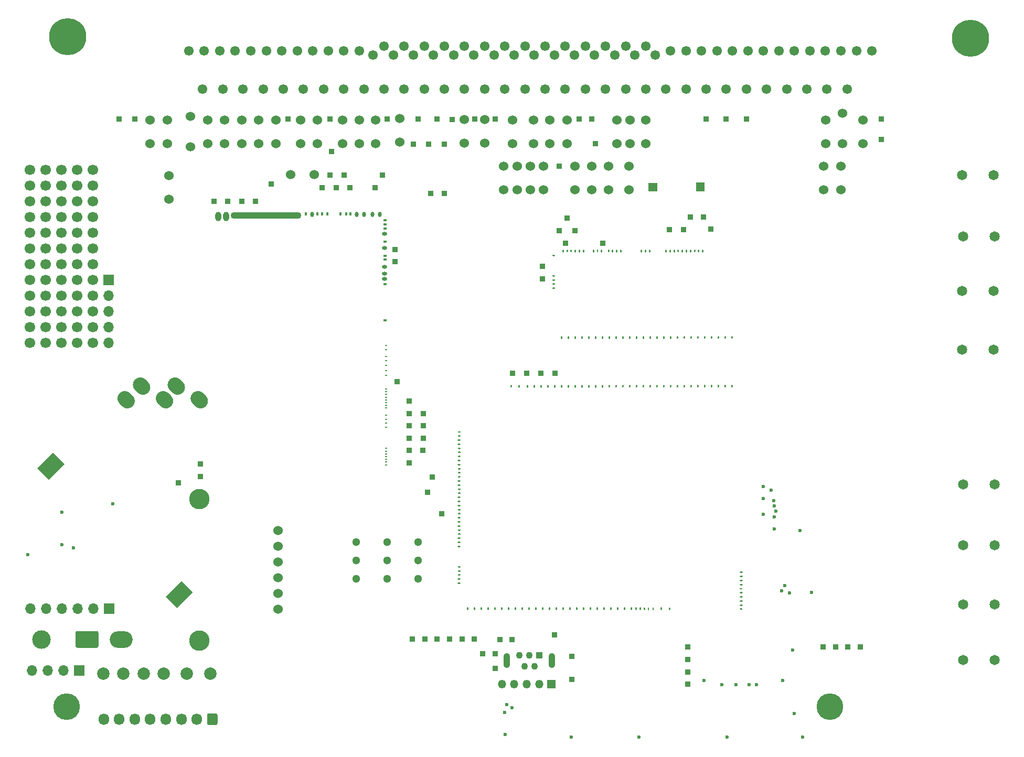
<source format=gbs>
G04 #@! TF.GenerationSoftware,KiCad,Pcbnew,8.0.9-8.0.9-0~ubuntu24.04.1*
G04 #@! TF.CreationDate,2025-03-13T13:42:15+00:00*
G04 #@! TF.ProjectId,hellen88m42bmw,68656c6c-656e-4383-986d-3432626d772e,B*
G04 #@! TF.SameCoordinates,PX3d1b110PY9269338*
G04 #@! TF.FileFunction,Soldermask,Bot*
G04 #@! TF.FilePolarity,Negative*
%FSLAX46Y46*%
G04 Gerber Fmt 4.6, Leading zero omitted, Abs format (unit mm)*
G04 Created by KiCad (PCBNEW 8.0.9-8.0.9-0~ubuntu24.04.1) date 2025-03-13 13:42:15*
%MOMM*%
%LPD*%
G01*
G04 APERTURE LIST*
%ADD10C,0.100000*%
%ADD11C,6.000000*%
%ADD12C,1.550000*%
%ADD13C,1.524000*%
%ADD14R,1.700000X1.700000*%
%ADD15O,1.700000X1.700000*%
%ADD16C,4.300000*%
%ADD17C,1.650000*%
%ADD18R,0.850000X0.850000*%
%ADD19R,1.350000X1.350000*%
%ADD20O,1.350000X1.350000*%
%ADD21C,1.700000*%
%ADD22C,2.000000*%
%ADD23C,1.300000*%
%ADD24C,0.599999*%
%ADD25C,3.000000*%
%ADD26O,3.700000X2.700000*%
%ADD27O,1.700000X1.850000*%
%ADD28R,1.100000X1.100000*%
%ADD29C,1.100000*%
%ADD30O,1.100000X2.400000*%
%ADD31C,3.302000*%
%ADD32O,1.000001X1.500000*%
%ADD33O,11.400000X1.100000*%
%ADD34O,0.399999X0.599999*%
%ADD35O,0.599999X0.800001*%
%ADD36O,0.599999X0.399999*%
%ADD37O,0.800001X0.599999*%
%ADD38O,0.399999X0.200000*%
G04 APERTURE END LIST*
D10*
X101337300Y90250200D02*
X102637300Y90250200D01*
X102637300Y88950200D01*
X101337300Y88950200D01*
X101337300Y90250200D01*
G36*
X101337300Y90250200D02*
G01*
X102637300Y90250200D01*
X102637300Y88950200D01*
X101337300Y88950200D01*
X101337300Y90250200D01*
G37*
X108999800Y90300200D02*
X110299800Y90300200D01*
X110299800Y89000200D01*
X108999800Y89000200D01*
X108999800Y90300200D01*
G36*
X108999800Y90300200D02*
G01*
X110299800Y90300200D01*
X110299800Y89000200D01*
X108999800Y89000200D01*
X108999800Y90300200D01*
G37*
D11*
G04 #@! TO.C,PP1*
X7632400Y113856400D03*
X153342400Y113606400D03*
D12*
X27142400Y111606400D03*
X32142400Y111606400D03*
X37142400Y111606400D03*
X42142400Y111606400D03*
X47142400Y111606400D03*
X52142400Y111606400D03*
X56892400Y110856400D03*
X60142400Y110856400D03*
X63392400Y110856400D03*
X66642400Y110856400D03*
X69892400Y110856400D03*
X73142400Y110856400D03*
X76392400Y110856400D03*
X79642400Y110856400D03*
X82892400Y110856400D03*
X86142400Y110856400D03*
X89392400Y110856400D03*
X92642400Y110856400D03*
X95892400Y110856400D03*
X99142400Y110856400D03*
X102392400Y110856400D03*
X107392400Y111606400D03*
X112392400Y111606400D03*
X117392400Y111606400D03*
X122392400Y111606400D03*
X127392400Y111606400D03*
X132392400Y111606400D03*
X137392400Y111606400D03*
X29642400Y111606400D03*
X34642400Y111606400D03*
X39642400Y111606400D03*
X44642400Y111606400D03*
X49642400Y111606400D03*
X54642400Y111606400D03*
X58642400Y112356400D03*
X61892400Y112356400D03*
X65142400Y112356400D03*
X68392400Y112356400D03*
X71642400Y112356400D03*
X74892400Y112356400D03*
X78142400Y112356400D03*
X81392400Y112356400D03*
X84642400Y112356400D03*
X87892400Y112356400D03*
X91142400Y112356400D03*
X94392400Y112356400D03*
X97642400Y112356400D03*
X100892400Y112356400D03*
X104892400Y111606400D03*
X109892400Y111606400D03*
X114892400Y111606400D03*
X119892400Y111606400D03*
X124892400Y111606400D03*
X129892400Y111606400D03*
X134892400Y111606400D03*
X29392400Y105356400D03*
X32642400Y105356400D03*
X35892400Y105356400D03*
X39142400Y105356400D03*
X42392400Y105356400D03*
X45642400Y105356400D03*
X48892400Y105356400D03*
X52142400Y105356400D03*
X55392400Y105356400D03*
X58642400Y105356400D03*
X61892400Y105356400D03*
X65142400Y105356400D03*
X68392400Y105356400D03*
X71642400Y105356400D03*
X74892400Y105356400D03*
X78142400Y105356400D03*
X81392400Y105356400D03*
X84642400Y105356400D03*
X87892400Y105356400D03*
X91142400Y105356400D03*
X94392400Y105356400D03*
X97642400Y105356400D03*
X100892400Y105356400D03*
X104142400Y105356400D03*
X107392400Y105356400D03*
X110642400Y105356400D03*
X113892400Y105356400D03*
X117142400Y105356400D03*
X120392400Y105356400D03*
X123642400Y105356400D03*
X126892400Y105356400D03*
X130142400Y105356400D03*
X133392400Y105356400D03*
G04 #@! TD*
D13*
G04 #@! TO.C,JP1*
X20926000Y100428000D03*
X20926000Y96618000D03*
G04 #@! TD*
G04 #@! TO.C,JP3*
X30176000Y100428000D03*
X30176000Y96618000D03*
G04 #@! TD*
G04 #@! TO.C,JP4*
X35676000Y100428000D03*
X35676000Y96618000D03*
G04 #@! TD*
G04 #@! TO.C,JP5*
X45176000Y100428000D03*
X45176000Y96618000D03*
G04 #@! TD*
G04 #@! TO.C,JP7*
X51926000Y100428000D03*
X51926000Y96618000D03*
G04 #@! TD*
G04 #@! TO.C,JP16*
X85426000Y100428000D03*
X85426000Y96618000D03*
G04 #@! TD*
G04 #@! TO.C,JP17*
X88226000Y100427999D03*
X88226000Y96617999D03*
G04 #@! TD*
G04 #@! TO.C,JP20*
X94926000Y92928000D03*
X94926000Y89118000D03*
G04 #@! TD*
G04 #@! TO.C,JP21*
X98176000Y92928000D03*
X98176000Y89118000D03*
G04 #@! TD*
G04 #@! TO.C,JP26*
X129926000Y100428000D03*
X129926000Y96618000D03*
G04 #@! TD*
G04 #@! TO.C,JP27*
X135926000Y100428000D03*
X135926000Y96618000D03*
G04 #@! TD*
G04 #@! TO.C,JP29*
X23676000Y100428000D03*
X23676000Y96618000D03*
G04 #@! TD*
G04 #@! TO.C,JP31*
X32926000Y100428000D03*
X32926000Y96618000D03*
G04 #@! TD*
G04 #@! TO.C,JP32*
X41176000Y100428000D03*
X41176000Y96618000D03*
G04 #@! TD*
G04 #@! TO.C,JP33*
X47926000Y100428000D03*
X47926000Y96618000D03*
G04 #@! TD*
G04 #@! TO.C,JP35*
X57326000Y100428000D03*
X57326000Y96618000D03*
G04 #@! TD*
G04 #@! TO.C,JP41*
X77926000Y92928000D03*
X77926000Y89118000D03*
G04 #@! TD*
G04 #@! TO.C,JP42*
X80176000Y92928000D03*
X80176000Y89118000D03*
G04 #@! TD*
G04 #@! TO.C,JP43*
X82776000Y100428021D03*
X82776000Y96618021D03*
G04 #@! TD*
G04 #@! TO.C,JP46*
X89426000Y92928000D03*
X89426000Y89118000D03*
G04 #@! TD*
G04 #@! TO.C,JP47*
X92176000Y92928000D03*
X92176000Y89118000D03*
G04 #@! TD*
G04 #@! TO.C,JP54*
X132676000Y101523000D03*
X132676000Y96623000D03*
G04 #@! TD*
G04 #@! TO.C,JP56*
X27426000Y100973000D03*
X27426000Y96073000D03*
G04 #@! TD*
G04 #@! TO.C,JP73*
X84426000Y92923000D03*
X84426000Y89113000D03*
G04 #@! TD*
G04 #@! TO.C,JP77*
X96226000Y100428000D03*
X96226000Y96618000D03*
G04 #@! TD*
G04 #@! TO.C,JP78*
X100926000Y100428000D03*
X100926000Y96618000D03*
G04 #@! TD*
G04 #@! TO.C,JP85*
X132376000Y92928000D03*
X132376000Y89118000D03*
G04 #@! TD*
G04 #@! TO.C,JP86*
X129626000Y92928000D03*
X129626000Y89118000D03*
G04 #@! TD*
G04 #@! TO.C,JP59*
X38426000Y100428000D03*
X38426000Y96618000D03*
G04 #@! TD*
D14*
G04 #@! TO.C,J4*
X14158000Y74529000D03*
D15*
X14158000Y71989000D03*
X14158000Y69449000D03*
X14158000Y66909000D03*
X14158000Y64369000D03*
G04 #@! TD*
D16*
G04 #@! TO.C,H1*
X130622000Y5663000D03*
G04 #@! TD*
G04 #@! TO.C,H2*
X7432000Y5663000D03*
G04 #@! TD*
D17*
G04 #@! TO.C,F3*
X157066000Y72823000D03*
X151986000Y72823000D03*
G04 #@! TD*
D18*
G04 #@! TO.C,VIN16*
X84176000Y76773000D03*
G04 #@! TD*
D19*
G04 #@! TO.C,J2*
X85676000Y9273000D03*
D20*
X83676000Y9273000D03*
X81676000Y9273000D03*
X79676000Y9273000D03*
X77676000Y9273000D03*
G04 #@! TD*
D18*
G04 #@! TO.C,VIN5*
X93926000Y80523000D03*
G04 #@! TD*
G04 #@! TO.C,VOUT27*
X28976000Y44823000D03*
G04 #@! TD*
G04 #@! TO.C,MMCU14*
X67926000Y36773000D03*
G04 #@! TD*
G04 #@! TO.C,MMCU4*
X131526001Y15323000D03*
G04 #@! TD*
G04 #@! TO.C,MMCU31*
X63226000Y16573000D03*
G04 #@! TD*
G04 #@! TO.C,cr8*
X15926000Y100523000D03*
G04 #@! TD*
G04 #@! TO.C,VOUT24*
X60776000Y58123000D03*
G04 #@! TD*
G04 #@! TO.C,MMCU28*
X71226000Y16573000D03*
G04 #@! TD*
G04 #@! TO.C,VOUT10*
X49926000Y91474215D03*
G04 #@! TD*
D21*
G04 #@! TO.C,G6*
X1458000Y77069000D03*
X3998000Y77069000D03*
X6538000Y77069000D03*
X9078000Y77069000D03*
X11618000Y77069000D03*
X1458000Y74529000D03*
X3998000Y74529000D03*
X6538000Y74529000D03*
X9078000Y74529000D03*
X11618000Y74529000D03*
X1458000Y71989000D03*
X3998000Y71989000D03*
X6538000Y71989000D03*
X9078000Y71989000D03*
X11618000Y71989000D03*
G04 #@! TD*
D18*
G04 #@! TO.C,cr1*
X69676000Y100473000D03*
G04 #@! TD*
G04 #@! TO.C,MMCU30*
X67226000Y16573000D03*
G04 #@! TD*
G04 #@! TO.C,MMCU18*
X69226000Y16573000D03*
G04 #@! TD*
G04 #@! TO.C,cr11*
X67176000Y100523000D03*
G04 #@! TD*
D22*
G04 #@! TO.C,P3*
X23090213Y11023000D03*
G04 #@! TD*
D18*
G04 #@! TO.C,MMCU9*
X77326000Y16473000D03*
G04 #@! TD*
G04 #@! TO.C,VOUT5*
X48676000Y89474215D03*
G04 #@! TD*
G04 #@! TO.C,VOUT13*
X62676000Y53023000D03*
G04 #@! TD*
G04 #@! TO.C,MMCU2*
X135526000Y15323000D03*
G04 #@! TD*
G04 #@! TO.C,MMCU7*
X88926000Y10023000D03*
G04 #@! TD*
D13*
G04 #@! TO.C,JP14*
X79426000Y100428000D03*
X79426000Y96618000D03*
G04 #@! TD*
G04 #@! TO.C,JP36*
X61176000Y100630500D03*
X61176000Y96820500D03*
G04 #@! TD*
G04 #@! TO.C,M7*
G36*
G01*
X85900998Y73366793D02*
X86150998Y73366793D01*
G75*
G02*
X86275998Y73241793I0J-125000D01*
G01*
X86275998Y73241793D01*
G75*
G02*
X86150998Y73116793I-125000J0D01*
G01*
X85900998Y73116793D01*
G75*
G02*
X85775998Y73241793I0J125000D01*
G01*
X85775998Y73241793D01*
G75*
G02*
X85900998Y73366793I125000J0D01*
G01*
G37*
G36*
G01*
X85900998Y74026794D02*
X86150998Y74026794D01*
G75*
G02*
X86275998Y73901794I0J-125000D01*
G01*
X86275998Y73901794D01*
G75*
G02*
X86150998Y73776794I-125000J0D01*
G01*
X85900998Y73776794D01*
G75*
G02*
X85775998Y73901794I0J125000D01*
G01*
X85775998Y73901794D01*
G75*
G02*
X85900998Y74026794I125000J0D01*
G01*
G37*
G36*
G01*
X85900998Y74686795D02*
X86150998Y74686795D01*
G75*
G02*
X86275998Y74561795I0J-125000D01*
G01*
X86275998Y74561795D01*
G75*
G02*
X86150998Y74436795I-125000J0D01*
G01*
X85900998Y74436795D01*
G75*
G02*
X85775998Y74561795I0J125000D01*
G01*
X85775998Y74561795D01*
G75*
G02*
X85900998Y74686795I125000J0D01*
G01*
G37*
G36*
G01*
X85900998Y75346796D02*
X86150998Y75346796D01*
G75*
G02*
X86275998Y75221796I0J-125000D01*
G01*
X86275998Y75221796D01*
G75*
G02*
X86150998Y75096796I-125000J0D01*
G01*
X85900998Y75096796D01*
G75*
G02*
X85775998Y75221796I0J125000D01*
G01*
X85775998Y75221796D01*
G75*
G02*
X85900998Y75346796I125000J0D01*
G01*
G37*
G36*
G01*
X85900998Y78646803D02*
X86150998Y78646803D01*
G75*
G02*
X86275998Y78521803I0J-125000D01*
G01*
X86275998Y78521803D01*
G75*
G02*
X86150998Y78396803I-125000J0D01*
G01*
X85900998Y78396803D01*
G75*
G02*
X85775998Y78521803I0J125000D01*
G01*
X85775998Y78521803D01*
G75*
G02*
X85900998Y78646803I125000J0D01*
G01*
G37*
G36*
G01*
X114671000Y65148000D02*
X114671000Y65398000D01*
G75*
G02*
X114796000Y65523000I125000J0D01*
G01*
X114796000Y65523000D01*
G75*
G02*
X114921000Y65398000I0J-125000D01*
G01*
X114921000Y65148000D01*
G75*
G02*
X114796000Y65023000I-125000J0D01*
G01*
X114796000Y65023000D01*
G75*
G02*
X114671000Y65148000I0J125000D01*
G01*
G37*
G36*
G01*
X113820996Y65398000D02*
X113820996Y65148000D01*
G75*
G02*
X113695996Y65023000I-125000J0D01*
G01*
X113695996Y65023000D01*
G75*
G02*
X113570996Y65148000I0J125000D01*
G01*
X113570996Y65398000D01*
G75*
G02*
X113695996Y65523000I125000J0D01*
G01*
X113695996Y65523000D01*
G75*
G02*
X113820996Y65398000I0J-125000D01*
G01*
G37*
G36*
G01*
X112720995Y65398000D02*
X112720995Y65148000D01*
G75*
G02*
X112595995Y65023000I-125000J0D01*
G01*
X112595995Y65023000D01*
G75*
G02*
X112470995Y65148000I0J125000D01*
G01*
X112470995Y65398000D01*
G75*
G02*
X112595995Y65523000I125000J0D01*
G01*
X112595995Y65523000D01*
G75*
G02*
X112720995Y65398000I0J-125000D01*
G01*
G37*
G36*
G01*
X111620998Y65398000D02*
X111620998Y65148000D01*
G75*
G02*
X111495998Y65023000I-125000J0D01*
G01*
X111495998Y65023000D01*
G75*
G02*
X111370998Y65148000I0J125000D01*
G01*
X111370998Y65398000D01*
G75*
G02*
X111495998Y65523000I125000J0D01*
G01*
X111495998Y65523000D01*
G75*
G02*
X111620998Y65398000I0J-125000D01*
G01*
G37*
G36*
G01*
X110521000Y65398000D02*
X110521000Y65148000D01*
G75*
G02*
X110396000Y65023000I-125000J0D01*
G01*
X110396000Y65023000D01*
G75*
G02*
X110271000Y65148000I0J125000D01*
G01*
X110271000Y65398000D01*
G75*
G02*
X110396000Y65523000I125000J0D01*
G01*
X110396000Y65523000D01*
G75*
G02*
X110521000Y65398000I0J-125000D01*
G01*
G37*
G36*
G01*
X109421002Y65398000D02*
X109421002Y65148000D01*
G75*
G02*
X109296002Y65023000I-125000J0D01*
G01*
X109296002Y65023000D01*
G75*
G02*
X109171002Y65148000I0J125000D01*
G01*
X109171002Y65398000D01*
G75*
G02*
X109296002Y65523000I125000J0D01*
G01*
X109296002Y65523000D01*
G75*
G02*
X109421002Y65398000I0J-125000D01*
G01*
G37*
G36*
G01*
X108321004Y65398000D02*
X108321004Y65148000D01*
G75*
G02*
X108196004Y65023000I-125000J0D01*
G01*
X108196004Y65023000D01*
G75*
G02*
X108071004Y65148000I0J125000D01*
G01*
X108071004Y65398000D01*
G75*
G02*
X108196004Y65523000I125000J0D01*
G01*
X108196004Y65523000D01*
G75*
G02*
X108321004Y65398000I0J-125000D01*
G01*
G37*
G36*
G01*
X107221006Y65398000D02*
X107221006Y65148000D01*
G75*
G02*
X107096006Y65023000I-125000J0D01*
G01*
X107096006Y65023000D01*
G75*
G02*
X106971006Y65148000I0J125000D01*
G01*
X106971006Y65398000D01*
G75*
G02*
X107096006Y65523000I125000J0D01*
G01*
X107096006Y65523000D01*
G75*
G02*
X107221006Y65398000I0J-125000D01*
G01*
G37*
G36*
G01*
X106121009Y65398000D02*
X106121009Y65148000D01*
G75*
G02*
X105996009Y65023000I-125000J0D01*
G01*
X105996009Y65023000D01*
G75*
G02*
X105871009Y65148000I0J125000D01*
G01*
X105871009Y65398000D01*
G75*
G02*
X105996009Y65523000I125000J0D01*
G01*
X105996009Y65523000D01*
G75*
G02*
X106121009Y65398000I0J-125000D01*
G01*
G37*
G36*
G01*
X105021011Y65398000D02*
X105021011Y65148000D01*
G75*
G02*
X104896011Y65023000I-125000J0D01*
G01*
X104896011Y65023000D01*
G75*
G02*
X104771011Y65148000I0J125000D01*
G01*
X104771011Y65398000D01*
G75*
G02*
X104896011Y65523000I125000J0D01*
G01*
X104896011Y65523000D01*
G75*
G02*
X105021011Y65398000I0J-125000D01*
G01*
G37*
G36*
G01*
X103921013Y65398000D02*
X103921013Y65148000D01*
G75*
G02*
X103796013Y65023000I-125000J0D01*
G01*
X103796013Y65023000D01*
G75*
G02*
X103671013Y65148000I0J125000D01*
G01*
X103671013Y65398000D01*
G75*
G02*
X103796013Y65523000I125000J0D01*
G01*
X103796013Y65523000D01*
G75*
G02*
X103921013Y65398000I0J-125000D01*
G01*
G37*
G36*
G01*
X102821015Y65398000D02*
X102821015Y65148000D01*
G75*
G02*
X102696015Y65023000I-125000J0D01*
G01*
X102696015Y65023000D01*
G75*
G02*
X102571015Y65148000I0J125000D01*
G01*
X102571015Y65398000D01*
G75*
G02*
X102696015Y65523000I125000J0D01*
G01*
X102696015Y65523000D01*
G75*
G02*
X102821015Y65398000I0J-125000D01*
G01*
G37*
G36*
G01*
X101721017Y65398000D02*
X101721017Y65148000D01*
G75*
G02*
X101596017Y65023000I-125000J0D01*
G01*
X101596017Y65023000D01*
G75*
G02*
X101471017Y65148000I0J125000D01*
G01*
X101471017Y65398000D01*
G75*
G02*
X101596017Y65523000I125000J0D01*
G01*
X101596017Y65523000D01*
G75*
G02*
X101721017Y65398000I0J-125000D01*
G01*
G37*
G36*
G01*
X100621020Y65398000D02*
X100621020Y65148000D01*
G75*
G02*
X100496020Y65023000I-125000J0D01*
G01*
X100496020Y65023000D01*
G75*
G02*
X100371020Y65148000I0J125000D01*
G01*
X100371020Y65398000D01*
G75*
G02*
X100496020Y65523000I125000J0D01*
G01*
X100496020Y65523000D01*
G75*
G02*
X100621020Y65398000I0J-125000D01*
G01*
G37*
G36*
G01*
X99521022Y65398000D02*
X99521022Y65148000D01*
G75*
G02*
X99396022Y65023000I-125000J0D01*
G01*
X99396022Y65023000D01*
G75*
G02*
X99271022Y65148000I0J125000D01*
G01*
X99271022Y65398000D01*
G75*
G02*
X99396022Y65523000I125000J0D01*
G01*
X99396022Y65523000D01*
G75*
G02*
X99521022Y65398000I0J-125000D01*
G01*
G37*
G36*
G01*
X98421024Y65398000D02*
X98421024Y65148000D01*
G75*
G02*
X98296024Y65023000I-125000J0D01*
G01*
X98296024Y65023000D01*
G75*
G02*
X98171024Y65148000I0J125000D01*
G01*
X98171024Y65398000D01*
G75*
G02*
X98296024Y65523000I125000J0D01*
G01*
X98296024Y65523000D01*
G75*
G02*
X98421024Y65398000I0J-125000D01*
G01*
G37*
G36*
G01*
X97321026Y65398000D02*
X97321026Y65148000D01*
G75*
G02*
X97196026Y65023000I-125000J0D01*
G01*
X97196026Y65023000D01*
G75*
G02*
X97071026Y65148000I0J125000D01*
G01*
X97071026Y65398000D01*
G75*
G02*
X97196026Y65523000I125000J0D01*
G01*
X97196026Y65523000D01*
G75*
G02*
X97321026Y65398000I0J-125000D01*
G01*
G37*
G36*
G01*
X96221028Y65398000D02*
X96221028Y65148000D01*
G75*
G02*
X96096028Y65023000I-125000J0D01*
G01*
X96096028Y65023000D01*
G75*
G02*
X95971028Y65148000I0J125000D01*
G01*
X95971028Y65398000D01*
G75*
G02*
X96096028Y65523000I125000J0D01*
G01*
X96096028Y65523000D01*
G75*
G02*
X96221028Y65398000I0J-125000D01*
G01*
G37*
G36*
G01*
X95121031Y65398000D02*
X95121031Y65148000D01*
G75*
G02*
X94996031Y65023000I-125000J0D01*
G01*
X94996031Y65023000D01*
G75*
G02*
X94871031Y65148000I0J125000D01*
G01*
X94871031Y65398000D01*
G75*
G02*
X94996031Y65523000I125000J0D01*
G01*
X94996031Y65523000D01*
G75*
G02*
X95121031Y65398000I0J-125000D01*
G01*
G37*
G36*
G01*
X94021033Y65398000D02*
X94021033Y65148000D01*
G75*
G02*
X93896033Y65023000I-125000J0D01*
G01*
X93896033Y65023000D01*
G75*
G02*
X93771033Y65148000I0J125000D01*
G01*
X93771033Y65398000D01*
G75*
G02*
X93896033Y65523000I125000J0D01*
G01*
X93896033Y65523000D01*
G75*
G02*
X94021033Y65398000I0J-125000D01*
G01*
G37*
G36*
G01*
X92921035Y65398000D02*
X92921035Y65148000D01*
G75*
G02*
X92796035Y65023000I-125000J0D01*
G01*
X92796035Y65023000D01*
G75*
G02*
X92671035Y65148000I0J125000D01*
G01*
X92671035Y65398000D01*
G75*
G02*
X92796035Y65523000I125000J0D01*
G01*
X92796035Y65523000D01*
G75*
G02*
X92921035Y65398000I0J-125000D01*
G01*
G37*
G36*
G01*
X91821037Y65398000D02*
X91821037Y65148000D01*
G75*
G02*
X91696037Y65023000I-125000J0D01*
G01*
X91696037Y65023000D01*
G75*
G02*
X91571037Y65148000I0J125000D01*
G01*
X91571037Y65398000D01*
G75*
G02*
X91696037Y65523000I125000J0D01*
G01*
X91696037Y65523000D01*
G75*
G02*
X91821037Y65398000I0J-125000D01*
G01*
G37*
G36*
G01*
X90721039Y65398000D02*
X90721039Y65148000D01*
G75*
G02*
X90596039Y65023000I-125000J0D01*
G01*
X90596039Y65023000D01*
G75*
G02*
X90471039Y65148000I0J125000D01*
G01*
X90471039Y65398000D01*
G75*
G02*
X90596039Y65523000I125000J0D01*
G01*
X90596039Y65523000D01*
G75*
G02*
X90721039Y65398000I0J-125000D01*
G01*
G37*
G36*
G01*
X89621042Y65398000D02*
X89621042Y65148000D01*
G75*
G02*
X89496042Y65023000I-125000J0D01*
G01*
X89496042Y65023000D01*
G75*
G02*
X89371042Y65148000I0J125000D01*
G01*
X89371042Y65398000D01*
G75*
G02*
X89496042Y65523000I125000J0D01*
G01*
X89496042Y65523000D01*
G75*
G02*
X89621042Y65398000I0J-125000D01*
G01*
G37*
G36*
G01*
X88521044Y65398000D02*
X88521044Y65148000D01*
G75*
G02*
X88396044Y65023000I-125000J0D01*
G01*
X88396044Y65023000D01*
G75*
G02*
X88271044Y65148000I0J125000D01*
G01*
X88271044Y65398000D01*
G75*
G02*
X88396044Y65523000I125000J0D01*
G01*
X88396044Y65523000D01*
G75*
G02*
X88521044Y65398000I0J-125000D01*
G01*
G37*
G36*
G01*
X87421046Y65398000D02*
X87421046Y65148000D01*
G75*
G02*
X87296046Y65023000I-125000J0D01*
G01*
X87296046Y65023000D01*
G75*
G02*
X87171046Y65148000I0J125000D01*
G01*
X87171046Y65398000D01*
G75*
G02*
X87296046Y65523000I125000J0D01*
G01*
X87296046Y65523000D01*
G75*
G02*
X87421046Y65398000I0J-125000D01*
G01*
G37*
G36*
G01*
X87671990Y79359999D02*
X87671990Y79109999D01*
G75*
G02*
X87546990Y78984999I-125000J0D01*
G01*
X87546990Y78984999D01*
G75*
G02*
X87421990Y79109999I0J125000D01*
G01*
X87421990Y79359999D01*
G75*
G02*
X87546990Y79484999I125000J0D01*
G01*
X87546990Y79484999D01*
G75*
G02*
X87671990Y79359999I0J-125000D01*
G01*
G37*
G36*
G01*
X88331992Y79359999D02*
X88331992Y79109999D01*
G75*
G02*
X88206992Y78984999I-125000J0D01*
G01*
X88206992Y78984999D01*
G75*
G02*
X88081992Y79109999I0J125000D01*
G01*
X88081992Y79359999D01*
G75*
G02*
X88206992Y79484999I125000J0D01*
G01*
X88206992Y79484999D01*
G75*
G02*
X88331992Y79359999I0J-125000D01*
G01*
G37*
G36*
G01*
X88991993Y79359999D02*
X88991993Y79109999D01*
G75*
G02*
X88866993Y78984999I-125000J0D01*
G01*
X88866993Y78984999D01*
G75*
G02*
X88741993Y79109999I0J125000D01*
G01*
X88741993Y79359999D01*
G75*
G02*
X88866993Y79484999I125000J0D01*
G01*
X88866993Y79484999D01*
G75*
G02*
X88991993Y79359999I0J-125000D01*
G01*
G37*
G36*
G01*
X89651994Y79359999D02*
X89651994Y79109999D01*
G75*
G02*
X89526994Y78984999I-125000J0D01*
G01*
X89526994Y78984999D01*
G75*
G02*
X89401994Y79109999I0J125000D01*
G01*
X89401994Y79359999D01*
G75*
G02*
X89526994Y79484999I125000J0D01*
G01*
X89526994Y79484999D01*
G75*
G02*
X89651994Y79359999I0J-125000D01*
G01*
G37*
G36*
G01*
X90311995Y79359999D02*
X90311995Y79109999D01*
G75*
G02*
X90186995Y78984999I-125000J0D01*
G01*
X90186995Y78984999D01*
G75*
G02*
X90061995Y79109999I0J125000D01*
G01*
X90061995Y79359999D01*
G75*
G02*
X90186995Y79484999I125000J0D01*
G01*
X90186995Y79484999D01*
G75*
G02*
X90311995Y79359999I0J-125000D01*
G01*
G37*
G36*
G01*
X90971997Y79359999D02*
X90971997Y79109999D01*
G75*
G02*
X90846997Y78984999I-125000J0D01*
G01*
X90846997Y78984999D01*
G75*
G02*
X90721997Y79109999I0J125000D01*
G01*
X90721997Y79359999D01*
G75*
G02*
X90846997Y79484999I125000J0D01*
G01*
X90846997Y79484999D01*
G75*
G02*
X90971997Y79359999I0J-125000D01*
G01*
G37*
G36*
G01*
X92572994Y79359999D02*
X92572994Y79109999D01*
G75*
G02*
X92447994Y78984999I-125000J0D01*
G01*
X92447994Y78984999D01*
G75*
G02*
X92322994Y79109999I0J125000D01*
G01*
X92322994Y79359999D01*
G75*
G02*
X92447994Y79484999I125000J0D01*
G01*
X92447994Y79484999D01*
G75*
G02*
X92572994Y79359999I0J-125000D01*
G01*
G37*
G36*
G01*
X93232995Y79359999D02*
X93232995Y79109999D01*
G75*
G02*
X93107995Y78984999I-125000J0D01*
G01*
X93107995Y78984999D01*
G75*
G02*
X92982995Y79109999I0J125000D01*
G01*
X92982995Y79359999D01*
G75*
G02*
X93107995Y79484999I125000J0D01*
G01*
X93107995Y79484999D01*
G75*
G02*
X93232995Y79359999I0J-125000D01*
G01*
G37*
G36*
G01*
X93892997Y79359999D02*
X93892997Y79109999D01*
G75*
G02*
X93767997Y78984999I-125000J0D01*
G01*
X93767997Y78984999D01*
G75*
G02*
X93642997Y79109999I0J125000D01*
G01*
X93642997Y79359999D01*
G75*
G02*
X93767997Y79484999I125000J0D01*
G01*
X93767997Y79484999D01*
G75*
G02*
X93892997Y79359999I0J-125000D01*
G01*
G37*
G36*
G01*
X95013896Y79359999D02*
X95013896Y79109999D01*
G75*
G02*
X94888896Y78984999I-125000J0D01*
G01*
X94888896Y78984999D01*
G75*
G02*
X94763896Y79109999I0J125000D01*
G01*
X94763896Y79359999D01*
G75*
G02*
X94888896Y79484999I125000J0D01*
G01*
X94888896Y79484999D01*
G75*
G02*
X95013896Y79359999I0J-125000D01*
G01*
G37*
G36*
G01*
X95673897Y79359999D02*
X95673897Y79109999D01*
G75*
G02*
X95548897Y78984999I-125000J0D01*
G01*
X95548897Y78984999D01*
G75*
G02*
X95423897Y79109999I0J125000D01*
G01*
X95423897Y79359999D01*
G75*
G02*
X95548897Y79484999I125000J0D01*
G01*
X95548897Y79484999D01*
G75*
G02*
X95673897Y79359999I0J-125000D01*
G01*
G37*
G36*
G01*
X96333898Y79359999D02*
X96333898Y79109999D01*
G75*
G02*
X96208898Y78984999I-125000J0D01*
G01*
X96208898Y78984999D01*
G75*
G02*
X96083898Y79109999I0J125000D01*
G01*
X96083898Y79359999D01*
G75*
G02*
X96208898Y79484999I125000J0D01*
G01*
X96208898Y79484999D01*
G75*
G02*
X96333898Y79359999I0J-125000D01*
G01*
G37*
G36*
G01*
X96993900Y79359999D02*
X96993900Y79109999D01*
G75*
G02*
X96868900Y78984999I-125000J0D01*
G01*
X96868900Y78984999D01*
G75*
G02*
X96743900Y79109999I0J125000D01*
G01*
X96743900Y79359999D01*
G75*
G02*
X96868900Y79484999I125000J0D01*
G01*
X96868900Y79484999D01*
G75*
G02*
X96993900Y79359999I0J-125000D01*
G01*
G37*
G36*
G01*
X100319994Y79359999D02*
X100319994Y79109999D01*
G75*
G02*
X100194994Y78984999I-125000J0D01*
G01*
X100194994Y78984999D01*
G75*
G02*
X100069994Y79109999I0J125000D01*
G01*
X100069994Y79359999D01*
G75*
G02*
X100194994Y79484999I125000J0D01*
G01*
X100194994Y79484999D01*
G75*
G02*
X100319994Y79359999I0J-125000D01*
G01*
G37*
G36*
G01*
X100979995Y79359999D02*
X100979995Y79109999D01*
G75*
G02*
X100854995Y78984999I-125000J0D01*
G01*
X100854995Y78984999D01*
G75*
G02*
X100729995Y79109999I0J125000D01*
G01*
X100729995Y79359999D01*
G75*
G02*
X100854995Y79484999I125000J0D01*
G01*
X100854995Y79484999D01*
G75*
G02*
X100979995Y79359999I0J-125000D01*
G01*
G37*
G36*
G01*
X101639997Y79359999D02*
X101639997Y79109999D01*
G75*
G02*
X101514997Y78984999I-125000J0D01*
G01*
X101514997Y78984999D01*
G75*
G02*
X101389997Y79109999I0J125000D01*
G01*
X101389997Y79359999D01*
G75*
G02*
X101514997Y79484999I125000J0D01*
G01*
X101514997Y79484999D01*
G75*
G02*
X101639997Y79359999I0J-125000D01*
G01*
G37*
G36*
G01*
X104285988Y79359999D02*
X104285988Y79109999D01*
G75*
G02*
X104160988Y78984999I-125000J0D01*
G01*
X104160988Y78984999D01*
G75*
G02*
X104035988Y79109999I0J125000D01*
G01*
X104035988Y79359999D01*
G75*
G02*
X104160988Y79484999I125000J0D01*
G01*
X104160988Y79484999D01*
G75*
G02*
X104285988Y79359999I0J-125000D01*
G01*
G37*
G36*
G01*
X104945989Y79359999D02*
X104945989Y79109999D01*
G75*
G02*
X104820989Y78984999I-125000J0D01*
G01*
X104820989Y78984999D01*
G75*
G02*
X104695989Y79109999I0J125000D01*
G01*
X104695989Y79359999D01*
G75*
G02*
X104820989Y79484999I125000J0D01*
G01*
X104820989Y79484999D01*
G75*
G02*
X104945989Y79359999I0J-125000D01*
G01*
G37*
G36*
G01*
X105605991Y79359999D02*
X105605991Y79109999D01*
G75*
G02*
X105480991Y78984999I-125000J0D01*
G01*
X105480991Y78984999D01*
G75*
G02*
X105355991Y79109999I0J125000D01*
G01*
X105355991Y79359999D01*
G75*
G02*
X105480991Y79484999I125000J0D01*
G01*
X105480991Y79484999D01*
G75*
G02*
X105605991Y79359999I0J-125000D01*
G01*
G37*
G36*
G01*
X106265992Y79359999D02*
X106265992Y79109999D01*
G75*
G02*
X106140992Y78984999I-125000J0D01*
G01*
X106140992Y78984999D01*
G75*
G02*
X106015992Y79109999I0J125000D01*
G01*
X106015992Y79359999D01*
G75*
G02*
X106140992Y79484999I125000J0D01*
G01*
X106140992Y79484999D01*
G75*
G02*
X106265992Y79359999I0J-125000D01*
G01*
G37*
G36*
G01*
X106925993Y79359999D02*
X106925993Y79109999D01*
G75*
G02*
X106800993Y78984999I-125000J0D01*
G01*
X106800993Y78984999D01*
G75*
G02*
X106675993Y79109999I0J125000D01*
G01*
X106675993Y79359999D01*
G75*
G02*
X106800993Y79484999I125000J0D01*
G01*
X106800993Y79484999D01*
G75*
G02*
X106925993Y79359999I0J-125000D01*
G01*
G37*
G36*
G01*
X107585994Y79359999D02*
X107585994Y79109999D01*
G75*
G02*
X107460994Y78984999I-125000J0D01*
G01*
X107460994Y78984999D01*
G75*
G02*
X107335994Y79109999I0J125000D01*
G01*
X107335994Y79359999D01*
G75*
G02*
X107460994Y79484999I125000J0D01*
G01*
X107460994Y79484999D01*
G75*
G02*
X107585994Y79359999I0J-125000D01*
G01*
G37*
G36*
G01*
X108245996Y79359999D02*
X108245996Y79109999D01*
G75*
G02*
X108120996Y78984999I-125000J0D01*
G01*
X108120996Y78984999D01*
G75*
G02*
X107995996Y79109999I0J125000D01*
G01*
X107995996Y79359999D01*
G75*
G02*
X108120996Y79484999I125000J0D01*
G01*
X108120996Y79484999D01*
G75*
G02*
X108245996Y79359999I0J-125000D01*
G01*
G37*
G36*
G01*
X108905997Y79359999D02*
X108905997Y79109999D01*
G75*
G02*
X108780997Y78984999I-125000J0D01*
G01*
X108780997Y78984999D01*
G75*
G02*
X108655997Y79109999I0J125000D01*
G01*
X108655997Y79359999D01*
G75*
G02*
X108780997Y79484999I125000J0D01*
G01*
X108780997Y79484999D01*
G75*
G02*
X108905997Y79359999I0J-125000D01*
G01*
G37*
G36*
G01*
X109565998Y79359999D02*
X109565998Y79109999D01*
G75*
G02*
X109440998Y78984999I-125000J0D01*
G01*
X109440998Y78984999D01*
G75*
G02*
X109315998Y79109999I0J125000D01*
G01*
X109315998Y79359999D01*
G75*
G02*
X109440998Y79484999I125000J0D01*
G01*
X109440998Y79484999D01*
G75*
G02*
X109565998Y79359999I0J-125000D01*
G01*
G37*
G36*
G01*
X110226000Y79359999D02*
X110226000Y79109999D01*
G75*
G02*
X110101000Y78984999I-125000J0D01*
G01*
X110101000Y78984999D01*
G75*
G02*
X109976000Y79109999I0J125000D01*
G01*
X109976000Y79359999D01*
G75*
G02*
X110101000Y79484999I125000J0D01*
G01*
X110101000Y79484999D01*
G75*
G02*
X110226000Y79359999I0J-125000D01*
G01*
G37*
G04 #@! TD*
D18*
G04 #@! TO.C,MMCU10*
X76576000Y14173000D03*
G04 #@! TD*
D17*
G04 #@! TO.C,F8*
X157166000Y81623000D03*
X152086000Y81623000D03*
G04 #@! TD*
D18*
G04 #@! TO.C,MMCU29*
X64976000Y49023000D03*
G04 #@! TD*
D17*
G04 #@! TO.C,F2*
X157166000Y41523000D03*
X152086000Y41523000D03*
G04 #@! TD*
D13*
G04 #@! TO.C,JP70*
X74926000Y100478000D03*
X74926000Y96668000D03*
G04 #@! TD*
D18*
G04 #@! TO.C,MMCU15*
X65226000Y16573000D03*
G04 #@! TD*
G04 #@! TO.C,cr15*
X59176000Y100523000D03*
G04 #@! TD*
G04 #@! TO.C,MMCU8*
X79326000Y16473000D03*
G04 #@! TD*
G04 #@! TO.C,cr20*
X113876000Y100523000D03*
G04 #@! TD*
G04 #@! TO.C,MMCU16*
X86226000Y59523000D03*
G04 #@! TD*
G04 #@! TO.C,VIN10*
X89426000Y82523000D03*
G04 #@! TD*
G04 #@! TO.C,MMCU5*
X86126000Y17273000D03*
G04 #@! TD*
G04 #@! TO.C,VIN17*
X84176000Y74773000D03*
G04 #@! TD*
G04 #@! TO.C,VOUT15*
X37926000Y87273000D03*
G04 #@! TD*
G04 #@! TO.C,VIN4*
X106976000Y82723000D03*
G04 #@! TD*
D13*
G04 #@! TO.C,JP6*
X54676000Y100428000D03*
X54676000Y96618000D03*
G04 #@! TD*
D18*
G04 #@! TO.C,cr13*
X49926000Y100523000D03*
G04 #@! TD*
G04 #@! TO.C,MMCU38*
X64976000Y51023000D03*
G04 #@! TD*
G04 #@! TO.C,cr2*
X73276000Y100523000D03*
G04 #@! TD*
G04 #@! TO.C,cr3*
X76576000Y100523000D03*
G04 #@! TD*
D23*
G04 #@! TO.C,U6*
X64176000Y26273000D03*
X64176000Y29273000D03*
X64176000Y32273000D03*
X59176000Y26273000D03*
X59176000Y29273000D03*
X59176000Y32273000D03*
X54176000Y26273000D03*
X54176000Y29273000D03*
X54176000Y32273000D03*
G04 #@! TD*
D24*
G04 #@! TO.C,M4*
X78438502Y6016338D03*
X79313504Y5491338D03*
X78138500Y4741340D03*
X78213503Y1191339D03*
G04 #@! TD*
D17*
G04 #@! TO.C,F7*
X157066000Y63323000D03*
X151986000Y63323000D03*
G04 #@! TD*
D13*
G04 #@! TO.C,JP48*
X98376000Y100427999D03*
X98376000Y96617999D03*
G04 #@! TD*
D22*
G04 #@! TO.C,P5*
X16590213Y11023000D03*
G04 #@! TD*
D18*
G04 #@! TO.C,VIN8*
X86926000Y82523000D03*
G04 #@! TD*
D17*
G04 #@! TO.C,F1*
X157166000Y22123000D03*
X152086000Y22123000D03*
G04 #@! TD*
G04 #@! TO.C,F6*
X157166000Y31723000D03*
X152086000Y31723000D03*
G04 #@! TD*
D21*
G04 #@! TO.C,G7*
X1458000Y84689000D03*
X3998000Y84689000D03*
X6538000Y84689000D03*
X9078000Y84689000D03*
X11618000Y84689000D03*
X1458000Y82149000D03*
X3998000Y82149000D03*
X6538000Y82149000D03*
X9078000Y82149000D03*
X11618000Y82149000D03*
X1458000Y79609000D03*
X3998000Y79609000D03*
X6538000Y79609000D03*
X9078000Y79609000D03*
X11618000Y79609000D03*
G04 #@! TD*
D22*
G04 #@! TO.C,P2*
X26840213Y11023000D03*
G04 #@! TD*
G04 #@! TO.C,M11*
G36*
G01*
X70649002Y25723002D02*
X70899002Y25723002D01*
G75*
G02*
X71024002Y25598002I0J-125000D01*
G01*
X71024002Y25598002D01*
G75*
G02*
X70899002Y25473002I-125000J0D01*
G01*
X70649002Y25473002D01*
G75*
G02*
X70524002Y25598002I0J125000D01*
G01*
X70524002Y25598002D01*
G75*
G02*
X70649002Y25723002I125000J0D01*
G01*
G37*
G36*
G01*
X70899002Y26133000D02*
X70649002Y26133000D01*
G75*
G02*
X70524002Y26258000I0J125000D01*
G01*
X70524002Y26258000D01*
G75*
G02*
X70649002Y26383000I125000J0D01*
G01*
X70899002Y26383000D01*
G75*
G02*
X71024002Y26258000I0J-125000D01*
G01*
X71024002Y26258000D01*
G75*
G02*
X70899002Y26133000I-125000J0D01*
G01*
G37*
G36*
G01*
X70899002Y26793005D02*
X70649002Y26793005D01*
G75*
G02*
X70524002Y26918005I0J125000D01*
G01*
X70524002Y26918005D01*
G75*
G02*
X70649002Y27043005I125000J0D01*
G01*
X70899002Y27043005D01*
G75*
G02*
X71024002Y26918005I0J-125000D01*
G01*
X71024002Y26918005D01*
G75*
G02*
X70899002Y26793005I-125000J0D01*
G01*
G37*
G36*
G01*
X70899002Y27453000D02*
X70649002Y27453000D01*
G75*
G02*
X70524002Y27578000I0J125000D01*
G01*
X70524002Y27578000D01*
G75*
G02*
X70649002Y27703000I125000J0D01*
G01*
X70899002Y27703000D01*
G75*
G02*
X71024002Y27578000I0J-125000D01*
G01*
X71024002Y27578000D01*
G75*
G02*
X70899002Y27453000I-125000J0D01*
G01*
G37*
G36*
G01*
X70899002Y28113002D02*
X70649002Y28113002D01*
G75*
G02*
X70524002Y28238002I0J125000D01*
G01*
X70524002Y28238002D01*
G75*
G02*
X70649002Y28363002I125000J0D01*
G01*
X70899002Y28363002D01*
G75*
G02*
X71024002Y28238002I0J-125000D01*
G01*
X71024002Y28238002D01*
G75*
G02*
X70899002Y28113002I-125000J0D01*
G01*
G37*
G36*
G01*
X70899002Y31413003D02*
X70649002Y31413003D01*
G75*
G02*
X70524002Y31538003I0J125000D01*
G01*
X70524002Y31538003D01*
G75*
G02*
X70649002Y31663003I125000J0D01*
G01*
X70899002Y31663003D01*
G75*
G02*
X71024002Y31538003I0J-125000D01*
G01*
X71024002Y31538003D01*
G75*
G02*
X70899002Y31413003I-125000J0D01*
G01*
G37*
G36*
G01*
X70899002Y32073004D02*
X70649002Y32073004D01*
G75*
G02*
X70524002Y32198004I0J125000D01*
G01*
X70524002Y32198004D01*
G75*
G02*
X70649002Y32323004I125000J0D01*
G01*
X70899002Y32323004D01*
G75*
G02*
X71024002Y32198004I0J-125000D01*
G01*
X71024002Y32198004D01*
G75*
G02*
X70899002Y32073004I-125000J0D01*
G01*
G37*
G36*
G01*
X70899002Y32733006D02*
X70649002Y32733006D01*
G75*
G02*
X70524002Y32858006I0J125000D01*
G01*
X70524002Y32858006D01*
G75*
G02*
X70649002Y32983006I125000J0D01*
G01*
X70899002Y32983006D01*
G75*
G02*
X71024002Y32858006I0J-125000D01*
G01*
X71024002Y32858006D01*
G75*
G02*
X70899002Y32733006I-125000J0D01*
G01*
G37*
G36*
G01*
X70899002Y33393004D02*
X70649002Y33393004D01*
G75*
G02*
X70524002Y33518004I0J125000D01*
G01*
X70524002Y33518004D01*
G75*
G02*
X70649002Y33643004I125000J0D01*
G01*
X70899002Y33643004D01*
G75*
G02*
X71024002Y33518004I0J-125000D01*
G01*
X71024002Y33518004D01*
G75*
G02*
X70899002Y33393004I-125000J0D01*
G01*
G37*
G36*
G01*
X70899002Y34053006D02*
X70649002Y34053006D01*
G75*
G02*
X70524002Y34178006I0J125000D01*
G01*
X70524002Y34178006D01*
G75*
G02*
X70649002Y34303006I125000J0D01*
G01*
X70899002Y34303006D01*
G75*
G02*
X71024002Y34178006I0J-125000D01*
G01*
X71024002Y34178006D01*
G75*
G02*
X70899002Y34053006I-125000J0D01*
G01*
G37*
G36*
G01*
X70899002Y34713004D02*
X70649002Y34713004D01*
G75*
G02*
X70524002Y34838004I0J125000D01*
G01*
X70524002Y34838004D01*
G75*
G02*
X70649002Y34963004I125000J0D01*
G01*
X70899002Y34963004D01*
G75*
G02*
X71024002Y34838004I0J-125000D01*
G01*
X71024002Y34838004D01*
G75*
G02*
X70899002Y34713004I-125000J0D01*
G01*
G37*
G36*
G01*
X70899002Y35373005D02*
X70649002Y35373005D01*
G75*
G02*
X70524002Y35498005I0J125000D01*
G01*
X70524002Y35498005D01*
G75*
G02*
X70649002Y35623005I125000J0D01*
G01*
X70899002Y35623005D01*
G75*
G02*
X71024002Y35498005I0J-125000D01*
G01*
X71024002Y35498005D01*
G75*
G02*
X70899002Y35373005I-125000J0D01*
G01*
G37*
G36*
G01*
X70899002Y36033004D02*
X70649002Y36033004D01*
G75*
G02*
X70524002Y36158004I0J125000D01*
G01*
X70524002Y36158004D01*
G75*
G02*
X70649002Y36283004I125000J0D01*
G01*
X70899002Y36283004D01*
G75*
G02*
X71024002Y36158004I0J-125000D01*
G01*
X71024002Y36158004D01*
G75*
G02*
X70899002Y36033004I-125000J0D01*
G01*
G37*
G36*
G01*
X70899002Y36693005D02*
X70649002Y36693005D01*
G75*
G02*
X70524002Y36818005I0J125000D01*
G01*
X70524002Y36818005D01*
G75*
G02*
X70649002Y36943005I125000J0D01*
G01*
X70899002Y36943005D01*
G75*
G02*
X71024002Y36818005I0J-125000D01*
G01*
X71024002Y36818005D01*
G75*
G02*
X70899002Y36693005I-125000J0D01*
G01*
G37*
G36*
G01*
X70899002Y37353004D02*
X70649002Y37353004D01*
G75*
G02*
X70524002Y37478004I0J125000D01*
G01*
X70524002Y37478004D01*
G75*
G02*
X70649002Y37603004I125000J0D01*
G01*
X70899002Y37603004D01*
G75*
G02*
X71024002Y37478004I0J-125000D01*
G01*
X71024002Y37478004D01*
G75*
G02*
X70899002Y37353004I-125000J0D01*
G01*
G37*
G36*
G01*
X70899002Y38013005D02*
X70649002Y38013005D01*
G75*
G02*
X70524002Y38138005I0J125000D01*
G01*
X70524002Y38138005D01*
G75*
G02*
X70649002Y38263005I125000J0D01*
G01*
X70899002Y38263005D01*
G75*
G02*
X71024002Y38138005I0J-125000D01*
G01*
X71024002Y38138005D01*
G75*
G02*
X70899002Y38013005I-125000J0D01*
G01*
G37*
G36*
G01*
X70899002Y38673004D02*
X70649002Y38673004D01*
G75*
G02*
X70524002Y38798004I0J125000D01*
G01*
X70524002Y38798004D01*
G75*
G02*
X70649002Y38923004I125000J0D01*
G01*
X70899002Y38923004D01*
G75*
G02*
X71024002Y38798004I0J-125000D01*
G01*
X71024002Y38798004D01*
G75*
G02*
X70899002Y38673004I-125000J0D01*
G01*
G37*
G36*
G01*
X70899002Y39333005D02*
X70649002Y39333005D01*
G75*
G02*
X70524002Y39458005I0J125000D01*
G01*
X70524002Y39458005D01*
G75*
G02*
X70649002Y39583005I125000J0D01*
G01*
X70899002Y39583005D01*
G75*
G02*
X71024002Y39458005I0J-125000D01*
G01*
X71024002Y39458005D01*
G75*
G02*
X70899002Y39333005I-125000J0D01*
G01*
G37*
G36*
G01*
X70899002Y39993004D02*
X70649002Y39993004D01*
G75*
G02*
X70524002Y40118004I0J125000D01*
G01*
X70524002Y40118004D01*
G75*
G02*
X70649002Y40243004I125000J0D01*
G01*
X70899002Y40243004D01*
G75*
G02*
X71024002Y40118004I0J-125000D01*
G01*
X71024002Y40118004D01*
G75*
G02*
X70899002Y39993004I-125000J0D01*
G01*
G37*
G36*
G01*
X70899002Y40653005D02*
X70649002Y40653005D01*
G75*
G02*
X70524002Y40778005I0J125000D01*
G01*
X70524002Y40778005D01*
G75*
G02*
X70649002Y40903005I125000J0D01*
G01*
X70899002Y40903005D01*
G75*
G02*
X71024002Y40778005I0J-125000D01*
G01*
X71024002Y40778005D01*
G75*
G02*
X70899002Y40653005I-125000J0D01*
G01*
G37*
G36*
G01*
X70899002Y41313004D02*
X70649002Y41313004D01*
G75*
G02*
X70524002Y41438004I0J125000D01*
G01*
X70524002Y41438004D01*
G75*
G02*
X70649002Y41563004I125000J0D01*
G01*
X70899002Y41563004D01*
G75*
G02*
X71024002Y41438004I0J-125000D01*
G01*
X71024002Y41438004D01*
G75*
G02*
X70899002Y41313004I-125000J0D01*
G01*
G37*
G36*
G01*
X70899002Y41973005D02*
X70649002Y41973005D01*
G75*
G02*
X70524002Y42098005I0J125000D01*
G01*
X70524002Y42098005D01*
G75*
G02*
X70649002Y42223005I125000J0D01*
G01*
X70899002Y42223005D01*
G75*
G02*
X71024002Y42098005I0J-125000D01*
G01*
X71024002Y42098005D01*
G75*
G02*
X70899002Y41973005I-125000J0D01*
G01*
G37*
G36*
G01*
X70899002Y42633004D02*
X70649002Y42633004D01*
G75*
G02*
X70524002Y42758004I0J125000D01*
G01*
X70524002Y42758004D01*
G75*
G02*
X70649002Y42883004I125000J0D01*
G01*
X70899002Y42883004D01*
G75*
G02*
X71024002Y42758004I0J-125000D01*
G01*
X71024002Y42758004D01*
G75*
G02*
X70899002Y42633004I-125000J0D01*
G01*
G37*
G36*
G01*
X70899002Y43293005D02*
X70649002Y43293005D01*
G75*
G02*
X70524002Y43418005I0J125000D01*
G01*
X70524002Y43418005D01*
G75*
G02*
X70649002Y43543005I125000J0D01*
G01*
X70899002Y43543005D01*
G75*
G02*
X71024002Y43418005I0J-125000D01*
G01*
X71024002Y43418005D01*
G75*
G02*
X70899002Y43293005I-125000J0D01*
G01*
G37*
G36*
G01*
X70899002Y43953004D02*
X70649002Y43953004D01*
G75*
G02*
X70524002Y44078004I0J125000D01*
G01*
X70524002Y44078004D01*
G75*
G02*
X70649002Y44203004I125000J0D01*
G01*
X70899002Y44203004D01*
G75*
G02*
X71024002Y44078004I0J-125000D01*
G01*
X71024002Y44078004D01*
G75*
G02*
X70899002Y43953004I-125000J0D01*
G01*
G37*
G36*
G01*
X70899002Y44613005D02*
X70649002Y44613005D01*
G75*
G02*
X70524002Y44738005I0J125000D01*
G01*
X70524002Y44738005D01*
G75*
G02*
X70649002Y44863005I125000J0D01*
G01*
X70899002Y44863005D01*
G75*
G02*
X71024002Y44738005I0J-125000D01*
G01*
X71024002Y44738005D01*
G75*
G02*
X70899002Y44613005I-125000J0D01*
G01*
G37*
G36*
G01*
X70899002Y45273003D02*
X70649002Y45273003D01*
G75*
G02*
X70524002Y45398003I0J125000D01*
G01*
X70524002Y45398003D01*
G75*
G02*
X70649002Y45523003I125000J0D01*
G01*
X70899002Y45523003D01*
G75*
G02*
X71024002Y45398003I0J-125000D01*
G01*
X71024002Y45398003D01*
G75*
G02*
X70899002Y45273003I-125000J0D01*
G01*
G37*
G36*
G01*
X70899002Y45933005D02*
X70649002Y45933005D01*
G75*
G02*
X70524002Y46058005I0J125000D01*
G01*
X70524002Y46058005D01*
G75*
G02*
X70649002Y46183005I125000J0D01*
G01*
X70899002Y46183005D01*
G75*
G02*
X71024002Y46058005I0J-125000D01*
G01*
X71024002Y46058005D01*
G75*
G02*
X70899002Y45933005I-125000J0D01*
G01*
G37*
G36*
G01*
X70899002Y46593003D02*
X70649002Y46593003D01*
G75*
G02*
X70524002Y46718003I0J125000D01*
G01*
X70524002Y46718003D01*
G75*
G02*
X70649002Y46843003I125000J0D01*
G01*
X70899002Y46843003D01*
G75*
G02*
X71024002Y46718003I0J-125000D01*
G01*
X71024002Y46718003D01*
G75*
G02*
X70899002Y46593003I-125000J0D01*
G01*
G37*
G36*
G01*
X70899002Y47253005D02*
X70649002Y47253005D01*
G75*
G02*
X70524002Y47378005I0J125000D01*
G01*
X70524002Y47378005D01*
G75*
G02*
X70649002Y47503005I125000J0D01*
G01*
X70899002Y47503005D01*
G75*
G02*
X71024002Y47378005I0J-125000D01*
G01*
X71024002Y47378005D01*
G75*
G02*
X70899002Y47253005I-125000J0D01*
G01*
G37*
G36*
G01*
X70899002Y47913003D02*
X70649002Y47913003D01*
G75*
G02*
X70524002Y48038003I0J125000D01*
G01*
X70524002Y48038003D01*
G75*
G02*
X70649002Y48163003I125000J0D01*
G01*
X70899002Y48163003D01*
G75*
G02*
X71024002Y48038003I0J-125000D01*
G01*
X71024002Y48038003D01*
G75*
G02*
X70899002Y47913003I-125000J0D01*
G01*
G37*
G36*
G01*
X70899002Y48573004D02*
X70649002Y48573004D01*
G75*
G02*
X70524002Y48698004I0J125000D01*
G01*
X70524002Y48698004D01*
G75*
G02*
X70649002Y48823004I125000J0D01*
G01*
X70899002Y48823004D01*
G75*
G02*
X71024002Y48698004I0J-125000D01*
G01*
X71024002Y48698004D01*
G75*
G02*
X70899002Y48573004I-125000J0D01*
G01*
G37*
G36*
G01*
X70899002Y49233003D02*
X70649002Y49233003D01*
G75*
G02*
X70524002Y49358003I0J125000D01*
G01*
X70524002Y49358003D01*
G75*
G02*
X70649002Y49483003I125000J0D01*
G01*
X70899002Y49483003D01*
G75*
G02*
X71024002Y49358003I0J-125000D01*
G01*
X71024002Y49358003D01*
G75*
G02*
X70899002Y49233003I-125000J0D01*
G01*
G37*
G36*
G01*
X70899002Y49893004D02*
X70649002Y49893004D01*
G75*
G02*
X70524002Y50018004I0J125000D01*
G01*
X70524002Y50018004D01*
G75*
G02*
X70649002Y50143004I125000J0D01*
G01*
X70899002Y50143004D01*
G75*
G02*
X71024002Y50018004I0J-125000D01*
G01*
X71024002Y50018004D01*
G75*
G02*
X70899002Y49893004I-125000J0D01*
G01*
G37*
G36*
G01*
X104596000Y21346000D02*
X104596000Y21596000D01*
G75*
G02*
X104721000Y21721000I125000J0D01*
G01*
X104721000Y21721000D01*
G75*
G02*
X104846000Y21596000I0J-125000D01*
G01*
X104846000Y21346000D01*
G75*
G02*
X104721000Y21221000I-125000J0D01*
G01*
X104721000Y21221000D01*
G75*
G02*
X104596000Y21346000I0J125000D01*
G01*
G37*
G36*
G01*
X103525998Y21596000D02*
X103525998Y21346000D01*
G75*
G02*
X103400998Y21221000I-125000J0D01*
G01*
X103400998Y21221000D01*
G75*
G02*
X103275998Y21346000I0J125000D01*
G01*
X103275998Y21596000D01*
G75*
G02*
X103400998Y21721000I125000J0D01*
G01*
X103400998Y21721000D01*
G75*
G02*
X103525998Y21596000I0J-125000D01*
G01*
G37*
G36*
G01*
X102205995Y21596000D02*
X102205995Y21346000D01*
G75*
G02*
X102080995Y21221000I-125000J0D01*
G01*
X102080995Y21221000D01*
G75*
G02*
X101955995Y21346000I0J125000D01*
G01*
X101955995Y21596000D01*
G75*
G02*
X102080995Y21721000I125000J0D01*
G01*
X102080995Y21721000D01*
G75*
G02*
X102205995Y21596000I0J-125000D01*
G01*
G37*
G36*
G01*
X101445997Y21596000D02*
X101445997Y21346000D01*
G75*
G02*
X101320997Y21221000I-125000J0D01*
G01*
X101320997Y21221000D01*
G75*
G02*
X101195997Y21346000I0J125000D01*
G01*
X101195997Y21596000D01*
G75*
G02*
X101320997Y21721000I125000J0D01*
G01*
X101320997Y21721000D01*
G75*
G02*
X101445997Y21596000I0J-125000D01*
G01*
G37*
G36*
G01*
X100780994Y21596000D02*
X100780994Y21346000D01*
G75*
G02*
X100655994Y21221000I-125000J0D01*
G01*
X100655994Y21221000D01*
G75*
G02*
X100530994Y21346000I0J125000D01*
G01*
X100530994Y21596000D01*
G75*
G02*
X100655994Y21721000I125000J0D01*
G01*
X100655994Y21721000D01*
G75*
G02*
X100780994Y21596000I0J-125000D01*
G01*
G37*
G36*
G01*
X100115992Y21596000D02*
X100115992Y21346000D01*
G75*
G02*
X99990992Y21221000I-125000J0D01*
G01*
X99990992Y21221000D01*
G75*
G02*
X99865992Y21346000I0J125000D01*
G01*
X99865992Y21596000D01*
G75*
G02*
X99990992Y21721000I125000J0D01*
G01*
X99990992Y21721000D01*
G75*
G02*
X100115992Y21596000I0J-125000D01*
G01*
G37*
G36*
G01*
X99451002Y21596000D02*
X99451002Y21346000D01*
G75*
G02*
X99326002Y21221000I-125000J0D01*
G01*
X99326002Y21221000D01*
G75*
G02*
X99201002Y21346000I0J125000D01*
G01*
X99201002Y21596000D01*
G75*
G02*
X99326002Y21721000I125000J0D01*
G01*
X99326002Y21721000D01*
G75*
G02*
X99451002Y21596000I0J-125000D01*
G01*
G37*
G36*
G01*
X98676002Y21596000D02*
X98676002Y21346000D01*
G75*
G02*
X98551002Y21221000I-125000J0D01*
G01*
X98551002Y21221000D01*
G75*
G02*
X98426002Y21346000I0J125000D01*
G01*
X98426002Y21596000D01*
G75*
G02*
X98551002Y21721000I125000J0D01*
G01*
X98551002Y21721000D01*
G75*
G02*
X98676002Y21596000I0J-125000D01*
G01*
G37*
G36*
G01*
X97576004Y21596000D02*
X97576004Y21346000D01*
G75*
G02*
X97451004Y21221000I-125000J0D01*
G01*
X97451004Y21221000D01*
G75*
G02*
X97326004Y21346000I0J125000D01*
G01*
X97326004Y21596000D01*
G75*
G02*
X97451004Y21721000I125000J0D01*
G01*
X97451004Y21721000D01*
G75*
G02*
X97576004Y21596000I0J-125000D01*
G01*
G37*
G36*
G01*
X96476007Y21596000D02*
X96476007Y21346000D01*
G75*
G02*
X96351007Y21221000I-125000J0D01*
G01*
X96351007Y21221000D01*
G75*
G02*
X96226007Y21346000I0J125000D01*
G01*
X96226007Y21596000D01*
G75*
G02*
X96351007Y21721000I125000J0D01*
G01*
X96351007Y21721000D01*
G75*
G02*
X96476007Y21596000I0J-125000D01*
G01*
G37*
G36*
G01*
X95376009Y21596000D02*
X95376009Y21346000D01*
G75*
G02*
X95251009Y21221000I-125000J0D01*
G01*
X95251009Y21221000D01*
G75*
G02*
X95126009Y21346000I0J125000D01*
G01*
X95126009Y21596000D01*
G75*
G02*
X95251009Y21721000I125000J0D01*
G01*
X95251009Y21721000D01*
G75*
G02*
X95376009Y21596000I0J-125000D01*
G01*
G37*
G36*
G01*
X94276011Y21596000D02*
X94276011Y21346000D01*
G75*
G02*
X94151011Y21221000I-125000J0D01*
G01*
X94151011Y21221000D01*
G75*
G02*
X94026011Y21346000I0J125000D01*
G01*
X94026011Y21596000D01*
G75*
G02*
X94151011Y21721000I125000J0D01*
G01*
X94151011Y21721000D01*
G75*
G02*
X94276011Y21596000I0J-125000D01*
G01*
G37*
G36*
G01*
X93176013Y21596000D02*
X93176013Y21346000D01*
G75*
G02*
X93051013Y21221000I-125000J0D01*
G01*
X93051013Y21221000D01*
G75*
G02*
X92926013Y21346000I0J125000D01*
G01*
X92926013Y21596000D01*
G75*
G02*
X93051013Y21721000I125000J0D01*
G01*
X93051013Y21721000D01*
G75*
G02*
X93176013Y21596000I0J-125000D01*
G01*
G37*
G36*
G01*
X92076015Y21596000D02*
X92076015Y21346000D01*
G75*
G02*
X91951015Y21221000I-125000J0D01*
G01*
X91951015Y21221000D01*
G75*
G02*
X91826015Y21346000I0J125000D01*
G01*
X91826015Y21596000D01*
G75*
G02*
X91951015Y21721000I125000J0D01*
G01*
X91951015Y21721000D01*
G75*
G02*
X92076015Y21596000I0J-125000D01*
G01*
G37*
G36*
G01*
X90976018Y21596000D02*
X90976018Y21346000D01*
G75*
G02*
X90851018Y21221000I-125000J0D01*
G01*
X90851018Y21221000D01*
G75*
G02*
X90726018Y21346000I0J125000D01*
G01*
X90726018Y21596000D01*
G75*
G02*
X90851018Y21721000I125000J0D01*
G01*
X90851018Y21721000D01*
G75*
G02*
X90976018Y21596000I0J-125000D01*
G01*
G37*
G36*
G01*
X89876020Y21596000D02*
X89876020Y21346000D01*
G75*
G02*
X89751020Y21221000I-125000J0D01*
G01*
X89751020Y21221000D01*
G75*
G02*
X89626020Y21346000I0J125000D01*
G01*
X89626020Y21596000D01*
G75*
G02*
X89751020Y21721000I125000J0D01*
G01*
X89751020Y21721000D01*
G75*
G02*
X89876020Y21596000I0J-125000D01*
G01*
G37*
G36*
G01*
X88776022Y21596000D02*
X88776022Y21346000D01*
G75*
G02*
X88651022Y21221000I-125000J0D01*
G01*
X88651022Y21221000D01*
G75*
G02*
X88526022Y21346000I0J125000D01*
G01*
X88526022Y21596000D01*
G75*
G02*
X88651022Y21721000I125000J0D01*
G01*
X88651022Y21721000D01*
G75*
G02*
X88776022Y21596000I0J-125000D01*
G01*
G37*
G36*
G01*
X87676024Y21596000D02*
X87676024Y21346000D01*
G75*
G02*
X87551024Y21221000I-125000J0D01*
G01*
X87551024Y21221000D01*
G75*
G02*
X87426024Y21346000I0J125000D01*
G01*
X87426024Y21596000D01*
G75*
G02*
X87551024Y21721000I125000J0D01*
G01*
X87551024Y21721000D01*
G75*
G02*
X87676024Y21596000I0J-125000D01*
G01*
G37*
G36*
G01*
X86576026Y21596000D02*
X86576026Y21346000D01*
G75*
G02*
X86451026Y21221000I-125000J0D01*
G01*
X86451026Y21221000D01*
G75*
G02*
X86326026Y21346000I0J125000D01*
G01*
X86326026Y21596000D01*
G75*
G02*
X86451026Y21721000I125000J0D01*
G01*
X86451026Y21721000D01*
G75*
G02*
X86576026Y21596000I0J-125000D01*
G01*
G37*
G36*
G01*
X85476029Y21596000D02*
X85476029Y21346000D01*
G75*
G02*
X85351029Y21221000I-125000J0D01*
G01*
X85351029Y21221000D01*
G75*
G02*
X85226029Y21346000I0J125000D01*
G01*
X85226029Y21596000D01*
G75*
G02*
X85351029Y21721000I125000J0D01*
G01*
X85351029Y21721000D01*
G75*
G02*
X85476029Y21596000I0J-125000D01*
G01*
G37*
G36*
G01*
X84376031Y21596000D02*
X84376031Y21346000D01*
G75*
G02*
X84251031Y21221000I-125000J0D01*
G01*
X84251031Y21221000D01*
G75*
G02*
X84126031Y21346000I0J125000D01*
G01*
X84126031Y21596000D01*
G75*
G02*
X84251031Y21721000I125000J0D01*
G01*
X84251031Y21721000D01*
G75*
G02*
X84376031Y21596000I0J-125000D01*
G01*
G37*
G36*
G01*
X83276033Y21596000D02*
X83276033Y21346000D01*
G75*
G02*
X83151033Y21221000I-125000J0D01*
G01*
X83151033Y21221000D01*
G75*
G02*
X83026033Y21346000I0J125000D01*
G01*
X83026033Y21596000D01*
G75*
G02*
X83151033Y21721000I125000J0D01*
G01*
X83151033Y21721000D01*
G75*
G02*
X83276033Y21596000I0J-125000D01*
G01*
G37*
G36*
G01*
X82176035Y21596000D02*
X82176035Y21346000D01*
G75*
G02*
X82051035Y21221000I-125000J0D01*
G01*
X82051035Y21221000D01*
G75*
G02*
X81926035Y21346000I0J125000D01*
G01*
X81926035Y21596000D01*
G75*
G02*
X82051035Y21721000I125000J0D01*
G01*
X82051035Y21721000D01*
G75*
G02*
X82176035Y21596000I0J-125000D01*
G01*
G37*
G36*
G01*
X81076037Y21596000D02*
X81076037Y21346000D01*
G75*
G02*
X80951037Y21221000I-125000J0D01*
G01*
X80951037Y21221000D01*
G75*
G02*
X80826037Y21346000I0J125000D01*
G01*
X80826037Y21596000D01*
G75*
G02*
X80951037Y21721000I125000J0D01*
G01*
X80951037Y21721000D01*
G75*
G02*
X81076037Y21596000I0J-125000D01*
G01*
G37*
G36*
G01*
X79976040Y21596000D02*
X79976040Y21346000D01*
G75*
G02*
X79851040Y21221000I-125000J0D01*
G01*
X79851040Y21221000D01*
G75*
G02*
X79726040Y21346000I0J125000D01*
G01*
X79726040Y21596000D01*
G75*
G02*
X79851040Y21721000I125000J0D01*
G01*
X79851040Y21721000D01*
G75*
G02*
X79976040Y21596000I0J-125000D01*
G01*
G37*
G36*
G01*
X78876042Y21596000D02*
X78876042Y21346000D01*
G75*
G02*
X78751042Y21221000I-125000J0D01*
G01*
X78751042Y21221000D01*
G75*
G02*
X78626042Y21346000I0J125000D01*
G01*
X78626042Y21596000D01*
G75*
G02*
X78751042Y21721000I125000J0D01*
G01*
X78751042Y21721000D01*
G75*
G02*
X78876042Y21596000I0J-125000D01*
G01*
G37*
G36*
G01*
X77776044Y21596000D02*
X77776044Y21346000D01*
G75*
G02*
X77651044Y21221000I-125000J0D01*
G01*
X77651044Y21221000D01*
G75*
G02*
X77526044Y21346000I0J125000D01*
G01*
X77526044Y21596000D01*
G75*
G02*
X77651044Y21721000I125000J0D01*
G01*
X77651044Y21721000D01*
G75*
G02*
X77776044Y21596000I0J-125000D01*
G01*
G37*
G36*
G01*
X76676046Y21596000D02*
X76676046Y21346000D01*
G75*
G02*
X76551046Y21221000I-125000J0D01*
G01*
X76551046Y21221000D01*
G75*
G02*
X76426046Y21346000I0J125000D01*
G01*
X76426046Y21596000D01*
G75*
G02*
X76551046Y21721000I125000J0D01*
G01*
X76551046Y21721000D01*
G75*
G02*
X76676046Y21596000I0J-125000D01*
G01*
G37*
G36*
G01*
X75576048Y21596000D02*
X75576048Y21346000D01*
G75*
G02*
X75451048Y21221000I-125000J0D01*
G01*
X75451048Y21221000D01*
G75*
G02*
X75326048Y21346000I0J125000D01*
G01*
X75326048Y21596000D01*
G75*
G02*
X75451048Y21721000I125000J0D01*
G01*
X75451048Y21721000D01*
G75*
G02*
X75576048Y21596000I0J-125000D01*
G01*
G37*
G36*
G01*
X74476051Y21596000D02*
X74476051Y21346000D01*
G75*
G02*
X74351051Y21221000I-125000J0D01*
G01*
X74351051Y21221000D01*
G75*
G02*
X74226051Y21346000I0J125000D01*
G01*
X74226051Y21596000D01*
G75*
G02*
X74351051Y21721000I125000J0D01*
G01*
X74351051Y21721000D01*
G75*
G02*
X74476051Y21596000I0J-125000D01*
G01*
G37*
G36*
G01*
X73376053Y21596000D02*
X73376053Y21346000D01*
G75*
G02*
X73251053Y21221000I-125000J0D01*
G01*
X73251053Y21221000D01*
G75*
G02*
X73126053Y21346000I0J125000D01*
G01*
X73126053Y21596000D01*
G75*
G02*
X73251053Y21721000I125000J0D01*
G01*
X73251053Y21721000D01*
G75*
G02*
X73376053Y21596000I0J-125000D01*
G01*
G37*
G36*
G01*
X72276055Y21596000D02*
X72276055Y21346000D01*
G75*
G02*
X72151055Y21221000I-125000J0D01*
G01*
X72151055Y21221000D01*
G75*
G02*
X72026055Y21346000I0J125000D01*
G01*
X72026055Y21596000D01*
G75*
G02*
X72151055Y21721000I125000J0D01*
G01*
X72151055Y21721000D01*
G75*
G02*
X72276055Y21596000I0J-125000D01*
G01*
G37*
G36*
G01*
X79275998Y57525000D02*
X79275998Y57275000D01*
G75*
G02*
X79150998Y57150000I-125000J0D01*
G01*
X79150998Y57150000D01*
G75*
G02*
X79025998Y57275000I0J125000D01*
G01*
X79025998Y57525000D01*
G75*
G02*
X79150998Y57650000I125000J0D01*
G01*
X79150998Y57650000D01*
G75*
G02*
X79275998Y57525000I0J-125000D01*
G01*
G37*
G36*
G01*
X80346000Y57275000D02*
X80346000Y57525000D01*
G75*
G02*
X80471000Y57650000I125000J0D01*
G01*
X80471000Y57650000D01*
G75*
G02*
X80596000Y57525000I0J-125000D01*
G01*
X80596000Y57275000D01*
G75*
G02*
X80471000Y57150000I-125000J0D01*
G01*
X80471000Y57150000D01*
G75*
G02*
X80346000Y57275000I0J125000D01*
G01*
G37*
G36*
G01*
X81666003Y57275000D02*
X81666003Y57525000D01*
G75*
G02*
X81791003Y57650000I125000J0D01*
G01*
X81791003Y57650000D01*
G75*
G02*
X81916003Y57525000I0J-125000D01*
G01*
X81916003Y57275000D01*
G75*
G02*
X81791003Y57150000I-125000J0D01*
G01*
X81791003Y57150000D01*
G75*
G02*
X81666003Y57275000I0J125000D01*
G01*
G37*
G36*
G01*
X82766000Y57275000D02*
X82766000Y57525000D01*
G75*
G02*
X82891000Y57650000I125000J0D01*
G01*
X82891000Y57650000D01*
G75*
G02*
X83016000Y57525000I0J-125000D01*
G01*
X83016000Y57275000D01*
G75*
G02*
X82891000Y57150000I-125000J0D01*
G01*
X82891000Y57150000D01*
G75*
G02*
X82766000Y57275000I0J125000D01*
G01*
G37*
G36*
G01*
X83865998Y57275000D02*
X83865998Y57525000D01*
G75*
G02*
X83990998Y57650000I125000J0D01*
G01*
X83990998Y57650000D01*
G75*
G02*
X84115998Y57525000I0J-125000D01*
G01*
X84115998Y57275000D01*
G75*
G02*
X83990998Y57150000I-125000J0D01*
G01*
X83990998Y57150000D01*
G75*
G02*
X83865998Y57275000I0J125000D01*
G01*
G37*
G36*
G01*
X84965996Y57275000D02*
X84965996Y57525000D01*
G75*
G02*
X85090996Y57650000I125000J0D01*
G01*
X85090996Y57650000D01*
G75*
G02*
X85215996Y57525000I0J-125000D01*
G01*
X85215996Y57275000D01*
G75*
G02*
X85090996Y57150000I-125000J0D01*
G01*
X85090996Y57150000D01*
G75*
G02*
X84965996Y57275000I0J125000D01*
G01*
G37*
G36*
G01*
X86065994Y57275000D02*
X86065994Y57525000D01*
G75*
G02*
X86190994Y57650000I125000J0D01*
G01*
X86190994Y57650000D01*
G75*
G02*
X86315994Y57525000I0J-125000D01*
G01*
X86315994Y57275000D01*
G75*
G02*
X86190994Y57150000I-125000J0D01*
G01*
X86190994Y57150000D01*
G75*
G02*
X86065994Y57275000I0J125000D01*
G01*
G37*
G36*
G01*
X87165992Y57275000D02*
X87165992Y57525000D01*
G75*
G02*
X87290992Y57650000I125000J0D01*
G01*
X87290992Y57650000D01*
G75*
G02*
X87415992Y57525000I0J-125000D01*
G01*
X87415992Y57275000D01*
G75*
G02*
X87290992Y57150000I-125000J0D01*
G01*
X87290992Y57150000D01*
G75*
G02*
X87165992Y57275000I0J125000D01*
G01*
G37*
G36*
G01*
X88265989Y57275000D02*
X88265989Y57525000D01*
G75*
G02*
X88390989Y57650000I125000J0D01*
G01*
X88390989Y57650000D01*
G75*
G02*
X88515989Y57525000I0J-125000D01*
G01*
X88515989Y57275000D01*
G75*
G02*
X88390989Y57150000I-125000J0D01*
G01*
X88390989Y57150000D01*
G75*
G02*
X88265989Y57275000I0J125000D01*
G01*
G37*
G36*
G01*
X89365987Y57275000D02*
X89365987Y57525000D01*
G75*
G02*
X89490987Y57650000I125000J0D01*
G01*
X89490987Y57650000D01*
G75*
G02*
X89615987Y57525000I0J-125000D01*
G01*
X89615987Y57275000D01*
G75*
G02*
X89490987Y57150000I-125000J0D01*
G01*
X89490987Y57150000D01*
G75*
G02*
X89365987Y57275000I0J125000D01*
G01*
G37*
G36*
G01*
X90465985Y57275000D02*
X90465985Y57525000D01*
G75*
G02*
X90590985Y57650000I125000J0D01*
G01*
X90590985Y57650000D01*
G75*
G02*
X90715985Y57525000I0J-125000D01*
G01*
X90715985Y57275000D01*
G75*
G02*
X90590985Y57150000I-125000J0D01*
G01*
X90590985Y57150000D01*
G75*
G02*
X90465985Y57275000I0J125000D01*
G01*
G37*
G36*
G01*
X91565983Y57275000D02*
X91565983Y57525000D01*
G75*
G02*
X91690983Y57650000I125000J0D01*
G01*
X91690983Y57650000D01*
G75*
G02*
X91815983Y57525000I0J-125000D01*
G01*
X91815983Y57275000D01*
G75*
G02*
X91690983Y57150000I-125000J0D01*
G01*
X91690983Y57150000D01*
G75*
G02*
X91565983Y57275000I0J125000D01*
G01*
G37*
G36*
G01*
X92665981Y57275000D02*
X92665981Y57525000D01*
G75*
G02*
X92790981Y57650000I125000J0D01*
G01*
X92790981Y57650000D01*
G75*
G02*
X92915981Y57525000I0J-125000D01*
G01*
X92915981Y57275000D01*
G75*
G02*
X92790981Y57150000I-125000J0D01*
G01*
X92790981Y57150000D01*
G75*
G02*
X92665981Y57275000I0J125000D01*
G01*
G37*
G36*
G01*
X93765978Y57275000D02*
X93765978Y57525000D01*
G75*
G02*
X93890978Y57650000I125000J0D01*
G01*
X93890978Y57650000D01*
G75*
G02*
X94015978Y57525000I0J-125000D01*
G01*
X94015978Y57275000D01*
G75*
G02*
X93890978Y57150000I-125000J0D01*
G01*
X93890978Y57150000D01*
G75*
G02*
X93765978Y57275000I0J125000D01*
G01*
G37*
G36*
G01*
X94865976Y57275000D02*
X94865976Y57525000D01*
G75*
G02*
X94990976Y57650000I125000J0D01*
G01*
X94990976Y57650000D01*
G75*
G02*
X95115976Y57525000I0J-125000D01*
G01*
X95115976Y57275000D01*
G75*
G02*
X94990976Y57150000I-125000J0D01*
G01*
X94990976Y57150000D01*
G75*
G02*
X94865976Y57275000I0J125000D01*
G01*
G37*
G36*
G01*
X95965974Y57275000D02*
X95965974Y57525000D01*
G75*
G02*
X96090974Y57650000I125000J0D01*
G01*
X96090974Y57650000D01*
G75*
G02*
X96215974Y57525000I0J-125000D01*
G01*
X96215974Y57275000D01*
G75*
G02*
X96090974Y57150000I-125000J0D01*
G01*
X96090974Y57150000D01*
G75*
G02*
X95965974Y57275000I0J125000D01*
G01*
G37*
G36*
G01*
X97065972Y57275000D02*
X97065972Y57525000D01*
G75*
G02*
X97190972Y57650000I125000J0D01*
G01*
X97190972Y57650000D01*
G75*
G02*
X97315972Y57525000I0J-125000D01*
G01*
X97315972Y57275000D01*
G75*
G02*
X97190972Y57150000I-125000J0D01*
G01*
X97190972Y57150000D01*
G75*
G02*
X97065972Y57275000I0J125000D01*
G01*
G37*
G36*
G01*
X98165970Y57275000D02*
X98165970Y57525000D01*
G75*
G02*
X98290970Y57650000I125000J0D01*
G01*
X98290970Y57650000D01*
G75*
G02*
X98415970Y57525000I0J-125000D01*
G01*
X98415970Y57275000D01*
G75*
G02*
X98290970Y57150000I-125000J0D01*
G01*
X98290970Y57150000D01*
G75*
G02*
X98165970Y57275000I0J125000D01*
G01*
G37*
G36*
G01*
X99265967Y57275000D02*
X99265967Y57525000D01*
G75*
G02*
X99390967Y57650000I125000J0D01*
G01*
X99390967Y57650000D01*
G75*
G02*
X99515967Y57525000I0J-125000D01*
G01*
X99515967Y57275000D01*
G75*
G02*
X99390967Y57150000I-125000J0D01*
G01*
X99390967Y57150000D01*
G75*
G02*
X99265967Y57275000I0J125000D01*
G01*
G37*
G36*
G01*
X100365965Y57275000D02*
X100365965Y57525000D01*
G75*
G02*
X100490965Y57650000I125000J0D01*
G01*
X100490965Y57650000D01*
G75*
G02*
X100615965Y57525000I0J-125000D01*
G01*
X100615965Y57275000D01*
G75*
G02*
X100490965Y57150000I-125000J0D01*
G01*
X100490965Y57150000D01*
G75*
G02*
X100365965Y57275000I0J125000D01*
G01*
G37*
G36*
G01*
X101465963Y57275000D02*
X101465963Y57525000D01*
G75*
G02*
X101590963Y57650000I125000J0D01*
G01*
X101590963Y57650000D01*
G75*
G02*
X101715963Y57525000I0J-125000D01*
G01*
X101715963Y57275000D01*
G75*
G02*
X101590963Y57150000I-125000J0D01*
G01*
X101590963Y57150000D01*
G75*
G02*
X101465963Y57275000I0J125000D01*
G01*
G37*
G36*
G01*
X102565961Y57275000D02*
X102565961Y57525000D01*
G75*
G02*
X102690961Y57650000I125000J0D01*
G01*
X102690961Y57650000D01*
G75*
G02*
X102815961Y57525000I0J-125000D01*
G01*
X102815961Y57275000D01*
G75*
G02*
X102690961Y57150000I-125000J0D01*
G01*
X102690961Y57150000D01*
G75*
G02*
X102565961Y57275000I0J125000D01*
G01*
G37*
G36*
G01*
X103665959Y57275000D02*
X103665959Y57525000D01*
G75*
G02*
X103790959Y57650000I125000J0D01*
G01*
X103790959Y57650000D01*
G75*
G02*
X103915959Y57525000I0J-125000D01*
G01*
X103915959Y57275000D01*
G75*
G02*
X103790959Y57150000I-125000J0D01*
G01*
X103790959Y57150000D01*
G75*
G02*
X103665959Y57275000I0J125000D01*
G01*
G37*
G36*
G01*
X104765956Y57275000D02*
X104765956Y57525000D01*
G75*
G02*
X104890956Y57650000I125000J0D01*
G01*
X104890956Y57650000D01*
G75*
G02*
X105015956Y57525000I0J-125000D01*
G01*
X105015956Y57275000D01*
G75*
G02*
X104890956Y57150000I-125000J0D01*
G01*
X104890956Y57150000D01*
G75*
G02*
X104765956Y57275000I0J125000D01*
G01*
G37*
G36*
G01*
X105865954Y57275000D02*
X105865954Y57525000D01*
G75*
G02*
X105990954Y57650000I125000J0D01*
G01*
X105990954Y57650000D01*
G75*
G02*
X106115954Y57525000I0J-125000D01*
G01*
X106115954Y57275000D01*
G75*
G02*
X105990954Y57150000I-125000J0D01*
G01*
X105990954Y57150000D01*
G75*
G02*
X105865954Y57275000I0J125000D01*
G01*
G37*
G36*
G01*
X106965952Y57275000D02*
X106965952Y57525000D01*
G75*
G02*
X107090952Y57650000I125000J0D01*
G01*
X107090952Y57650000D01*
G75*
G02*
X107215952Y57525000I0J-125000D01*
G01*
X107215952Y57275000D01*
G75*
G02*
X107090952Y57150000I-125000J0D01*
G01*
X107090952Y57150000D01*
G75*
G02*
X106965952Y57275000I0J125000D01*
G01*
G37*
G36*
G01*
X108065950Y57275000D02*
X108065950Y57525000D01*
G75*
G02*
X108190950Y57650000I125000J0D01*
G01*
X108190950Y57650000D01*
G75*
G02*
X108315950Y57525000I0J-125000D01*
G01*
X108315950Y57275000D01*
G75*
G02*
X108190950Y57150000I-125000J0D01*
G01*
X108190950Y57150000D01*
G75*
G02*
X108065950Y57275000I0J125000D01*
G01*
G37*
G36*
G01*
X109165948Y57275000D02*
X109165948Y57525000D01*
G75*
G02*
X109290948Y57650000I125000J0D01*
G01*
X109290948Y57650000D01*
G75*
G02*
X109415948Y57525000I0J-125000D01*
G01*
X109415948Y57275000D01*
G75*
G02*
X109290948Y57150000I-125000J0D01*
G01*
X109290948Y57150000D01*
G75*
G02*
X109165948Y57275000I0J125000D01*
G01*
G37*
G36*
G01*
X110265945Y57275000D02*
X110265945Y57525000D01*
G75*
G02*
X110390945Y57650000I125000J0D01*
G01*
X110390945Y57650000D01*
G75*
G02*
X110515945Y57525000I0J-125000D01*
G01*
X110515945Y57275000D01*
G75*
G02*
X110390945Y57150000I-125000J0D01*
G01*
X110390945Y57150000D01*
G75*
G02*
X110265945Y57275000I0J125000D01*
G01*
G37*
G36*
G01*
X111365943Y57275000D02*
X111365943Y57525000D01*
G75*
G02*
X111490943Y57650000I125000J0D01*
G01*
X111490943Y57650000D01*
G75*
G02*
X111615943Y57525000I0J-125000D01*
G01*
X111615943Y57275000D01*
G75*
G02*
X111490943Y57150000I-125000J0D01*
G01*
X111490943Y57150000D01*
G75*
G02*
X111365943Y57275000I0J125000D01*
G01*
G37*
G36*
G01*
X112465941Y57275000D02*
X112465941Y57525000D01*
G75*
G02*
X112590941Y57650000I125000J0D01*
G01*
X112590941Y57650000D01*
G75*
G02*
X112715941Y57525000I0J-125000D01*
G01*
X112715941Y57275000D01*
G75*
G02*
X112590941Y57150000I-125000J0D01*
G01*
X112590941Y57150000D01*
G75*
G02*
X112465941Y57275000I0J125000D01*
G01*
G37*
G36*
G01*
X113565939Y57275000D02*
X113565939Y57525000D01*
G75*
G02*
X113690939Y57650000I125000J0D01*
G01*
X113690939Y57650000D01*
G75*
G02*
X113815939Y57525000I0J-125000D01*
G01*
X113815939Y57275000D01*
G75*
G02*
X113690939Y57150000I-125000J0D01*
G01*
X113690939Y57150000D01*
G75*
G02*
X113565939Y57275000I0J125000D01*
G01*
G37*
G36*
G01*
X114665937Y57275000D02*
X114665937Y57525000D01*
G75*
G02*
X114790937Y57650000I125000J0D01*
G01*
X114790937Y57650000D01*
G75*
G02*
X114915937Y57525000I0J-125000D01*
G01*
X114915937Y57275000D01*
G75*
G02*
X114790937Y57150000I-125000J0D01*
G01*
X114790937Y57150000D01*
G75*
G02*
X114665937Y57275000I0J125000D01*
G01*
G37*
G36*
G01*
X116176000Y27468000D02*
X116426000Y27468000D01*
G75*
G02*
X116551000Y27343000I0J-125000D01*
G01*
X116551000Y27343000D01*
G75*
G02*
X116426000Y27218000I-125000J0D01*
G01*
X116176000Y27218000D01*
G75*
G02*
X116051000Y27343000I0J125000D01*
G01*
X116051000Y27343000D01*
G75*
G02*
X116176000Y27468000I125000J0D01*
G01*
G37*
G36*
G01*
X116176000Y26808000D02*
X116426000Y26808000D01*
G75*
G02*
X116551000Y26683000I0J-125000D01*
G01*
X116551000Y26683000D01*
G75*
G02*
X116426000Y26558000I-125000J0D01*
G01*
X116176000Y26558000D01*
G75*
G02*
X116051000Y26683000I0J125000D01*
G01*
X116051000Y26683000D01*
G75*
G02*
X116176000Y26808000I125000J0D01*
G01*
G37*
G36*
G01*
X116176000Y26147998D02*
X116426000Y26147998D01*
G75*
G02*
X116551000Y26022998I0J-125000D01*
G01*
X116551000Y26022998D01*
G75*
G02*
X116426000Y25897998I-125000J0D01*
G01*
X116176000Y25897998D01*
G75*
G02*
X116051000Y26022998I0J125000D01*
G01*
X116051000Y26022998D01*
G75*
G02*
X116176000Y26147998I125000J0D01*
G01*
G37*
G36*
G01*
X116176000Y25487997D02*
X116426000Y25487997D01*
G75*
G02*
X116551000Y25362997I0J-125000D01*
G01*
X116551000Y25362997D01*
G75*
G02*
X116426000Y25237997I-125000J0D01*
G01*
X116176000Y25237997D01*
G75*
G02*
X116051000Y25362997I0J125000D01*
G01*
X116051000Y25362997D01*
G75*
G02*
X116176000Y25487997I125000J0D01*
G01*
G37*
G36*
G01*
X116176000Y24827995D02*
X116426000Y24827995D01*
G75*
G02*
X116551000Y24702995I0J-125000D01*
G01*
X116551000Y24702995D01*
G75*
G02*
X116426000Y24577995I-125000J0D01*
G01*
X116176000Y24577995D01*
G75*
G02*
X116051000Y24702995I0J125000D01*
G01*
X116051000Y24702995D01*
G75*
G02*
X116176000Y24827995I125000J0D01*
G01*
G37*
G36*
G01*
X116176000Y24167994D02*
X116426000Y24167994D01*
G75*
G02*
X116551000Y24042994I0J-125000D01*
G01*
X116551000Y24042994D01*
G75*
G02*
X116426000Y23917994I-125000J0D01*
G01*
X116176000Y23917994D01*
G75*
G02*
X116051000Y24042994I0J125000D01*
G01*
X116051000Y24042994D01*
G75*
G02*
X116176000Y24167994I125000J0D01*
G01*
G37*
G36*
G01*
X116176000Y23507993D02*
X116426000Y23507993D01*
G75*
G02*
X116551000Y23382993I0J-125000D01*
G01*
X116551000Y23382993D01*
G75*
G02*
X116426000Y23257993I-125000J0D01*
G01*
X116176000Y23257993D01*
G75*
G02*
X116051000Y23382993I0J125000D01*
G01*
X116051000Y23382993D01*
G75*
G02*
X116176000Y23507993I125000J0D01*
G01*
G37*
G36*
G01*
X116176000Y22847992D02*
X116426000Y22847992D01*
G75*
G02*
X116551000Y22722992I0J-125000D01*
G01*
X116551000Y22722992D01*
G75*
G02*
X116426000Y22597992I-125000J0D01*
G01*
X116176000Y22597992D01*
G75*
G02*
X116051000Y22722992I0J125000D01*
G01*
X116051000Y22722992D01*
G75*
G02*
X116176000Y22847992I125000J0D01*
G01*
G37*
G36*
G01*
X116176000Y22187990D02*
X116426000Y22187990D01*
G75*
G02*
X116551000Y22062990I0J-125000D01*
G01*
X116551000Y22062990D01*
G75*
G02*
X116426000Y21937990I-125000J0D01*
G01*
X116176000Y21937990D01*
G75*
G02*
X116051000Y22062990I0J125000D01*
G01*
X116051000Y22062990D01*
G75*
G02*
X116176000Y22187990I125000J0D01*
G01*
G37*
G36*
G01*
X116176000Y21527989D02*
X116426000Y21527989D01*
G75*
G02*
X116551000Y21402989I0J-125000D01*
G01*
X116551000Y21402989D01*
G75*
G02*
X116426000Y21277989I-125000J0D01*
G01*
X116176000Y21277989D01*
G75*
G02*
X116051000Y21402989I0J125000D01*
G01*
X116051000Y21402989D01*
G75*
G02*
X116176000Y21527989I125000J0D01*
G01*
G37*
G04 #@! TD*
D18*
G04 #@! TO.C,VIN2*
X108126000Y84773000D03*
G04 #@! TD*
D13*
G04 #@! TO.C,JP15*
X82276000Y92923000D03*
X82276000Y89113000D03*
G04 #@! TD*
D14*
G04 #@! TO.C,J21*
X9476000Y11523000D03*
D15*
X6936000Y11523000D03*
X4396000Y11523000D03*
X1856000Y11523000D03*
G04 #@! TD*
D13*
G04 #@! TO.C,JP69*
X71626000Y100478000D03*
X71626000Y96668000D03*
G04 #@! TD*
D18*
G04 #@! TO.C,VOUT2*
X57176000Y89474215D03*
G04 #@! TD*
G04 #@! TO.C,MMCU40*
X64926000Y47023000D03*
G04 #@! TD*
D25*
G04 #@! TO.C,J19*
X3401000Y16523000D03*
G36*
G01*
X12300999Y15173000D02*
X9101001Y15173000D01*
G75*
G02*
X8851000Y15423001I0J250001D01*
G01*
X8851000Y17622999D01*
G75*
G02*
X9101001Y17873000I250001J0D01*
G01*
X12300999Y17873000D01*
G75*
G02*
X12551000Y17622999I0J-250001D01*
G01*
X12551000Y15423001D01*
G75*
G02*
X12300999Y15173000I-250001J0D01*
G01*
G37*
D26*
X16201000Y16523000D03*
G04 #@! TD*
D18*
G04 #@! TO.C,VOUT25*
X62676000Y51023000D03*
G04 #@! TD*
G04 #@! TO.C,VIN3*
X111426000Y82773000D03*
G04 #@! TD*
G04 #@! TO.C,VOUT12*
X28976000Y42823000D03*
G04 #@! TD*
D21*
G04 #@! TO.C,G3*
X1458000Y92309000D03*
X3998000Y92309000D03*
X6538000Y92309000D03*
X9078000Y92309000D03*
X11618000Y92309000D03*
X1458000Y89769000D03*
X3998000Y89769000D03*
X6538000Y89769000D03*
X9078000Y89769000D03*
X11618000Y89769000D03*
X1458000Y87229000D03*
X3998000Y87229000D03*
X6538000Y87229000D03*
X9078000Y87229000D03*
X11618000Y87229000D03*
G04 #@! TD*
D18*
G04 #@! TO.C,cr19*
X110651000Y100523000D03*
G04 #@! TD*
G04 #@! TO.C,VOUT26*
X62676000Y55023000D03*
G04 #@! TD*
G04 #@! TO.C,VOUT14*
X35676000Y87273000D03*
G04 #@! TD*
G04 #@! TO.C,MMCU3*
X129526000Y15323000D03*
G04 #@! TD*
D13*
G04 #@! TO.C,JP8*
X43544779Y91600200D03*
X47354779Y91600200D03*
G04 #@! TD*
D18*
G04 #@! TO.C,VOUT16*
X65676000Y40273000D03*
G04 #@! TD*
G04 #@! TO.C,VOUT20*
X62676000Y47023000D03*
G04 #@! TD*
G04 #@! TO.C,MMCU26*
X107676000Y11273000D03*
G04 #@! TD*
D24*
G04 #@! TO.C,M5*
X126251769Y735480D03*
X113988501Y735480D03*
X99788502Y735480D03*
X88888503Y735480D03*
X124863496Y4535492D03*
G04 #@! TD*
D18*
G04 #@! TO.C,VOUT22*
X31176000Y87273000D03*
G04 #@! TD*
G04 #@! TO.C,MMCU25*
X107676000Y13273000D03*
G04 #@! TD*
G04 #@! TO.C,J17*
G36*
G01*
X31776000Y4298100D02*
X31776000Y2947900D01*
G75*
G02*
X31526100Y2698000I-249900J0D01*
G01*
X30325900Y2698000D01*
G75*
G02*
X30076000Y2947900I0J249900D01*
G01*
X30076000Y4298100D01*
G75*
G02*
X30325900Y4548000I249900J0D01*
G01*
X31526100Y4548000D01*
G75*
G02*
X31776000Y4298100I0J-249900D01*
G01*
G37*
D27*
X28426000Y3623000D03*
X25926000Y3623000D03*
X23426000Y3623000D03*
X20926000Y3623000D03*
X18426000Y3623000D03*
X15926000Y3623000D03*
X13426000Y3623000D03*
G04 #@! TD*
D18*
G04 #@! TO.C,VOUT6*
X40426000Y90023000D03*
G04 #@! TD*
D28*
G04 #@! TO.C,J1*
X83726000Y13948000D03*
D29*
X82926000Y12198000D03*
X82126000Y13948000D03*
X81326000Y12198000D03*
X80526000Y13948000D03*
D30*
X85776000Y13073000D03*
X78476000Y13073000D03*
G04 #@! TD*
D18*
G04 #@! TO.C,MMCU35*
X83926000Y59523000D03*
G04 #@! TD*
G04 #@! TO.C,J14*
X68426000Y88523000D03*
G04 #@! TD*
G04 #@! TO.C,VIN1*
X104676000Y82723000D03*
G04 #@! TD*
G04 #@! TO.C,VOUT3*
X58426000Y91474215D03*
G04 #@! TD*
G04 #@! TO.C,MMCU1*
X133526000Y15323000D03*
G04 #@! TD*
D22*
G04 #@! TO.C,P6*
X13340213Y11023000D03*
G04 #@! TD*
D18*
G04 #@! TO.C,cr17*
X65826000Y96523000D03*
G04 #@! TD*
D14*
G04 #@! TO.C,J20*
X14276000Y21523000D03*
D15*
X11736000Y21523000D03*
X9196000Y21523000D03*
X6656000Y21523000D03*
X4116000Y21523000D03*
X1576000Y21523000D03*
G04 #@! TD*
D18*
G04 #@! TO.C,VOUT21*
X62676000Y49023000D03*
G04 #@! TD*
G04 #@! TO.C,MMCU22*
X79426000Y59523000D03*
G04 #@! TD*
G04 #@! TO.C,J15*
X66176000Y88523000D03*
G04 #@! TD*
G04 #@! TO.C,cr7*
X92176000Y100523000D03*
G04 #@! TD*
G04 #@! TO.C,VOUT19*
X66426000Y42773000D03*
G04 #@! TD*
G04 #@! TO.C,VOUT4*
X60426000Y79523000D03*
G04 #@! TD*
G04 #@! TO.C,VIN9*
X87926000Y80523000D03*
G04 #@! TD*
G04 #@! TO.C,VOUT18*
X62676000Y45023000D03*
G04 #@! TD*
G04 #@! TO.C,MMCU23*
X81676000Y59523000D03*
G04 #@! TD*
G04 #@! TO.C,VOUT7*
X60426000Y77523000D03*
G04 #@! TD*
G04 #@! TO.C,VOUT9*
X53176000Y89474215D03*
G04 #@! TD*
G04 #@! TO.C,MMCU12*
X74576000Y14173000D03*
G04 #@! TD*
G04 #@! TO.C,VOUT23*
X33426000Y87273000D03*
G04 #@! TD*
G04 #@! TO.C,cr24*
X86926000Y92923000D03*
G04 #@! TD*
G04 #@! TO.C,VOUT17*
X25426000Y41773000D03*
G04 #@! TD*
G04 #@! TO.C,cr16*
X63426000Y96523000D03*
G04 #@! TD*
G04 #@! TO.C,J16*
X88176000Y84523000D03*
G04 #@! TD*
G04 #@! TO.C,cr25*
X92776000Y96623000D03*
G04 #@! TD*
D21*
G04 #@! TO.C,G4*
X1458000Y69449000D03*
X3998000Y69449000D03*
X6538000Y69449000D03*
X9078000Y69449000D03*
X11618000Y69449000D03*
X1458000Y66909000D03*
X3998000Y66909000D03*
X6538000Y66909000D03*
X9078000Y66909000D03*
X11618000Y66909000D03*
X1458000Y64369000D03*
X3998000Y64369000D03*
X6538000Y64369000D03*
X9078000Y64369000D03*
X11618000Y64369000D03*
G04 #@! TD*
D18*
G04 #@! TO.C,cr21*
X117176000Y100523000D03*
G04 #@! TD*
G04 #@! TO.C,MMCU13*
X73226000Y16573000D03*
G04 #@! TD*
D17*
G04 #@! TO.C,F4*
X157066000Y91523000D03*
X151986000Y91523000D03*
G04 #@! TD*
D18*
G04 #@! TO.C,VOUT8*
X50926000Y89474215D03*
G04 #@! TD*
G04 #@! TO.C,cr12*
X43176000Y100523000D03*
G04 #@! TD*
D31*
G04 #@! TO.C,U2*
X28822750Y16343000D03*
X28822750Y39203000D03*
D13*
X41522750Y21423000D03*
X41522750Y23963000D03*
X41522750Y26503000D03*
X41522750Y29043000D03*
X41522750Y31583000D03*
X41522750Y34123000D03*
G04 #@! TD*
D32*
G04 #@! TO.C,M9*
X31924457Y84848000D03*
X33180322Y84848000D03*
D33*
X39624457Y84973001D03*
D34*
X46074449Y85273000D03*
D35*
X47049461Y85172995D03*
D34*
X47919218Y85273000D03*
X48649455Y85273000D03*
X49544218Y85273000D03*
X51619218Y85273000D03*
X52519214Y85273000D03*
X53229456Y85273000D03*
D35*
X54249457Y85173000D03*
X55424456Y85173000D03*
X56774455Y85173000D03*
X57949454Y85173000D03*
D36*
X58849455Y84242761D03*
X58849455Y83548002D03*
X58849455Y82867762D03*
D37*
X58754457Y82048000D03*
D36*
X58849455Y80742763D03*
D37*
X58754457Y79772998D03*
D36*
X58849455Y78498000D03*
X58849455Y77847998D03*
D37*
X58754457Y76647998D03*
X58754457Y75572994D03*
X58754457Y74697992D03*
D36*
X58849455Y73873000D03*
X58849455Y68022999D03*
D38*
X58954456Y63968029D03*
X58954456Y63308027D03*
X58954456Y62247999D03*
X58954456Y61543914D03*
X58954456Y60743875D03*
X58954456Y59943836D03*
X58954456Y59148000D03*
X58954456Y56952998D03*
X58954456Y56512999D03*
X58954456Y56073000D03*
X58954456Y55632998D03*
X58954456Y55192999D03*
X58954456Y54753000D03*
X58954456Y54312998D03*
X58954456Y53872999D03*
X58954456Y52748028D03*
X58954456Y52088030D03*
X58954456Y51428028D03*
X58954456Y50768030D03*
X58954456Y47363000D03*
X58954456Y46923001D03*
X58954456Y46482999D03*
X58954456Y46043000D03*
X58954456Y45603001D03*
X58954456Y45162999D03*
X58954456Y44723000D03*
G04 #@! TD*
D18*
G04 #@! TO.C,cr10*
X64176000Y100523000D03*
G04 #@! TD*
G04 #@! TO.C,cr4*
X18426000Y100523000D03*
G04 #@! TD*
G04 #@! TO.C,cr6*
X90126000Y100523000D03*
G04 #@! TD*
G04 #@! TO.C,MMCU32*
X64976000Y53023000D03*
G04 #@! TD*
D13*
G04 #@! TO.C,JP2*
X23976000Y91433000D03*
X23976000Y87623000D03*
G04 #@! TD*
D18*
G04 #@! TO.C,cr23*
X138926000Y100523000D03*
G04 #@! TD*
D24*
G04 #@! TO.C,M1*
X14859984Y38385112D03*
X6634984Y37060108D03*
X6652489Y31827614D03*
X8534985Y31335108D03*
X1184992Y30210122D03*
G04 #@! TD*
G04 #@! TO.C,M10*
X121661000Y36259868D03*
X119825990Y36684876D03*
X121875998Y37234873D03*
X121661003Y38109832D03*
X121585996Y38959855D03*
X119825990Y39284871D03*
X121135990Y40584838D03*
X119825990Y41234855D03*
X125751005Y34059852D03*
X121675999Y34359854D03*
G04 #@! TD*
D18*
G04 #@! TO.C,VOUT11*
X52176000Y91474215D03*
G04 #@! TD*
G04 #@! TO.C,cr14*
X50176000Y95273000D03*
G04 #@! TD*
G04 #@! TO.C,MMCU11*
X76576000Y11873000D03*
G04 #@! TD*
G04 #@! TO.C,cr18*
X68426000Y96523000D03*
G04 #@! TD*
G04 #@! TO.C,cr22*
X138926000Y97273000D03*
G04 #@! TD*
G04 #@! TO.C,VIN6*
X110176000Y84773000D03*
G04 #@! TD*
G04 #@! TO.C,MMCU24*
X107676000Y15273000D03*
G04 #@! TD*
G04 #@! TO.C,J18*
G36*
G01*
X26186660Y56362340D02*
X26186660Y56362340D01*
G75*
G02*
X24489604Y56362340I-848528J848528D01*
G01*
X24065340Y56786604D01*
G75*
G02*
X24065340Y58483660I848528J848528D01*
G01*
X24065340Y58483660D01*
G75*
G02*
X25762396Y58483660I848528J-848528D01*
G01*
X26186660Y58059396D01*
G75*
G02*
X26186660Y56362340I-848528J-848528D01*
G01*
G37*
G36*
G01*
X24286660Y54162340D02*
X24286660Y54162340D01*
G75*
G02*
X22589604Y54162340I-848528J848528D01*
G01*
X22165340Y54586604D01*
G75*
G02*
X22165340Y56283660I848528J848528D01*
G01*
X22165340Y56283660D01*
G75*
G02*
X23862396Y56283660I848528J-848528D01*
G01*
X24286660Y55859396D01*
G75*
G02*
X24286660Y54162340I-848528J-848528D01*
G01*
G37*
G36*
G01*
X18086660Y54162340D02*
X18086660Y54162340D01*
G75*
G02*
X16389604Y54162340I-848528J848528D01*
G01*
X15965340Y54586604D01*
G75*
G02*
X15965340Y56283660I848528J848528D01*
G01*
X15965340Y56283660D01*
G75*
G02*
X17662396Y56283660I848528J-848528D01*
G01*
X18086660Y55859396D01*
G75*
G02*
X18086660Y54162340I-848528J-848528D01*
G01*
G37*
G36*
G01*
X20586660Y56362340D02*
X20586660Y56362340D01*
G75*
G02*
X18889604Y56362340I-848528J848528D01*
G01*
X18465340Y56786604D01*
G75*
G02*
X18465340Y58483660I848528J848528D01*
G01*
X18465340Y58483660D01*
G75*
G02*
X20162396Y58483660I848528J-848528D01*
G01*
X20586660Y58059396D01*
G75*
G02*
X20586660Y56362340I-848528J-848528D01*
G01*
G37*
G36*
G01*
X29886660Y54162340D02*
X29886660Y54162340D01*
G75*
G02*
X28189604Y54162340I-848528J848528D01*
G01*
X27765340Y54586604D01*
G75*
G02*
X27765340Y56283660I848528J848528D01*
G01*
X27765340Y56283660D01*
G75*
G02*
X29462396Y56283660I848528J-848528D01*
G01*
X29886660Y55859396D01*
G75*
G02*
X29886660Y54162340I-848528J-848528D01*
G01*
G37*
G04 #@! TD*
D17*
G04 #@! TO.C,F5*
X157166000Y13223000D03*
X152086000Y13223000D03*
G04 #@! TD*
D22*
G04 #@! TO.C,P4*
X19840213Y11023000D03*
G04 #@! TD*
D24*
G04 #@! TO.C,M2*
X122800999Y24323003D03*
X123325999Y25198005D03*
X124075997Y24023001D03*
X127625998Y24098004D03*
G04 #@! TD*
D18*
G04 #@! TO.C,MMCU27*
X107676000Y9273000D03*
G04 #@! TD*
D22*
G04 #@! TO.C,P1*
X30590213Y11023000D03*
G04 #@! TD*
D18*
G04 #@! TO.C,MMCU6*
X88926000Y13773000D03*
G04 #@! TD*
D24*
G04 #@! TO.C,M13*
X124588505Y14807820D03*
X123013491Y9902811D03*
X110309473Y9911874D03*
X118788501Y9232810D03*
X117613497Y9232810D03*
X115438503Y9232810D03*
X113213501Y9232810D03*
G04 #@! TD*
G04 #@! TO.C,BT1*
G36*
X23393083Y23410333D02*
G01*
X25938667Y25955917D01*
X27777145Y24117439D01*
X25231561Y21571855D01*
X23393083Y23410333D01*
G37*
G36*
X2674855Y44128561D02*
G01*
X5220439Y46674145D01*
X7058917Y44835667D01*
X4513333Y42290083D01*
X2674855Y44128561D01*
G37*
G04 #@! TD*
M02*

</source>
